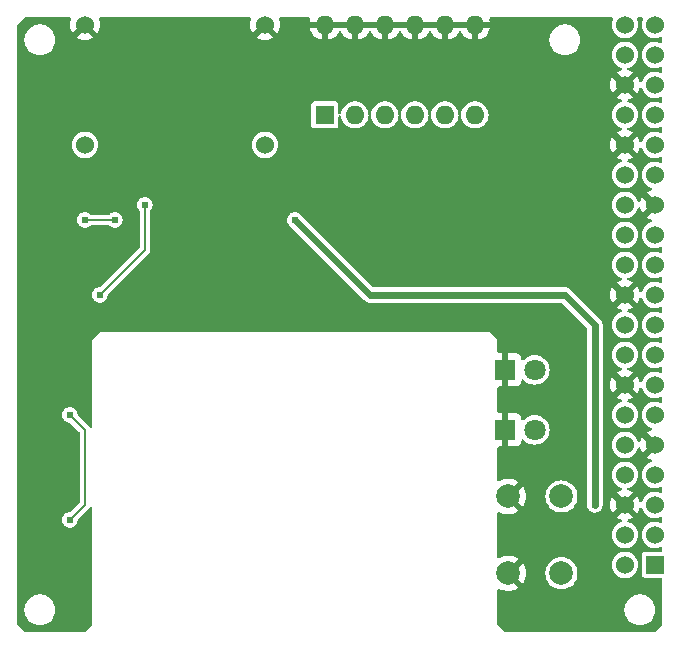
<source format=gbr>
%TF.GenerationSoftware,KiCad,Pcbnew,7.0.10*%
%TF.CreationDate,2024-05-08T17:26:41+09:00*%
%TF.ProjectId,yashica8,79617368-6963-4613-982e-6b696361645f,rev?*%
%TF.SameCoordinates,Original*%
%TF.FileFunction,Copper,L2,Bot*%
%TF.FilePolarity,Positive*%
%FSLAX46Y46*%
G04 Gerber Fmt 4.6, Leading zero omitted, Abs format (unit mm)*
G04 Created by KiCad (PCBNEW 7.0.10) date 2024-05-08 17:26:41*
%MOMM*%
%LPD*%
G01*
G04 APERTURE LIST*
%TA.AperFunction,ComponentPad*%
%ADD10R,1.800000X1.800000*%
%TD*%
%TA.AperFunction,ComponentPad*%
%ADD11C,1.800000*%
%TD*%
%TA.AperFunction,ComponentPad*%
%ADD12C,2.000000*%
%TD*%
%TA.AperFunction,ComponentPad*%
%ADD13R,1.524000X1.524000*%
%TD*%
%TA.AperFunction,ComponentPad*%
%ADD14C,1.524000*%
%TD*%
%TA.AperFunction,ComponentPad*%
%ADD15R,1.600000X1.600000*%
%TD*%
%TA.AperFunction,ComponentPad*%
%ADD16O,1.600000X1.600000*%
%TD*%
%TA.AperFunction,ViaPad*%
%ADD17C,0.605000*%
%TD*%
%TA.AperFunction,Conductor*%
%ADD18C,0.600000*%
%TD*%
%TA.AperFunction,Conductor*%
%ADD19C,0.200000*%
%TD*%
G04 APERTURE END LIST*
D10*
%TO.P,D2,1,K*%
%TO.N,GND*%
X23510000Y24590000D03*
D11*
%TO.P,D2,2,A*%
%TO.N,Net-(D2-A)*%
X26050000Y24590000D03*
%TD*%
D12*
%TO.P,SW2,1,1*%
%TO.N,GND*%
X23800000Y7370000D03*
X23800000Y13870000D03*
%TO.P,SW2,2,2*%
%TO.N,Net-(J1-GPIO14{slash}TXD)*%
X28300000Y7370000D03*
X28300000Y13870000D03*
%TD*%
D13*
%TO.P,J1,1,3V3*%
%TO.N,unconnected-(J1-3V3-Pad1)*%
X36210000Y8080000D03*
D14*
%TO.P,J1,2,5V*%
%TO.N,+5V*%
X33670000Y8080000D03*
%TO.P,J1,3,SDA/GPIO2*%
%TO.N,unconnected-(J1-SDA{slash}GPIO2-Pad3)*%
X36210000Y10620000D03*
%TO.P,J1,4,5V*%
%TO.N,+5V*%
X33670000Y10620000D03*
%TO.P,J1,5,SCL/GPIO3*%
%TO.N,unconnected-(J1-SCL{slash}GPIO3-Pad5)*%
X36210000Y13160000D03*
%TO.P,J1,6,GND*%
%TO.N,GND*%
X33670000Y13160000D03*
%TO.P,J1,7,GCLK0/GPIO4*%
%TO.N,unconnected-(J1-GCLK0{slash}GPIO4-Pad7)*%
X36210000Y15700000D03*
%TO.P,J1,8,GPIO14/TXD*%
%TO.N,Net-(J1-GPIO14{slash}TXD)*%
X33670000Y15700000D03*
%TO.P,J1,9,GND*%
%TO.N,GND*%
X36210000Y18240000D03*
%TO.P,J1,10,GPIO15/RXD*%
%TO.N,Net-(J1-GPIO15{slash}RXD)*%
X33670000Y18240000D03*
%TO.P,J1,11,GPIO17*%
%TO.N,unconnected-(J1-GPIO17-Pad11)*%
X36210000Y20780000D03*
%TO.P,J1,12,GPIO18/PWM0*%
%TO.N,Net-(J1-GPIO18{slash}PWM0)*%
X33670000Y20780000D03*
%TO.P,J1,13,GPIO27*%
%TO.N,unconnected-(J1-GPIO27-Pad13)*%
X36210000Y23320000D03*
%TO.P,J1,14,GND*%
%TO.N,GND*%
X33670000Y23320000D03*
%TO.P,J1,15,GPIO22*%
%TO.N,unconnected-(J1-GPIO22-Pad15)*%
X36210000Y25860000D03*
%TO.P,J1,16,GPIO23*%
%TO.N,unconnected-(J1-GPIO23-Pad16)*%
X33670000Y25860000D03*
%TO.P,J1,17,3V3*%
%TO.N,unconnected-(J1-3V3-Pad17)*%
X36210000Y28400000D03*
%TO.P,J1,18,GPIO24*%
%TO.N,unconnected-(J1-GPIO24-Pad18)*%
X33670000Y28400000D03*
%TO.P,J1,19,MOSI0/GPIO10*%
%TO.N,unconnected-(J1-MOSI0{slash}GPIO10-Pad19)*%
X36210000Y30940000D03*
%TO.P,J1,20,GND*%
%TO.N,GND*%
X33670000Y30940000D03*
%TO.P,J1,21,MISO0/GPIO9*%
%TO.N,unconnected-(J1-MISO0{slash}GPIO9-Pad21)*%
X36210000Y33480000D03*
%TO.P,J1,22,GPIO25*%
%TO.N,Net-(J1-GPIO25)*%
X33670000Y33480000D03*
%TO.P,J1,23,SCLK0/GPIO11*%
%TO.N,unconnected-(J1-SCLK0{slash}GPIO11-Pad23)*%
X36210000Y36020000D03*
%TO.P,J1,24,~{CE0}/GPIO8*%
%TO.N,Net-(J1-~{CE0}{slash}GPIO8)*%
X33670000Y36020000D03*
%TO.P,J1,25,GND*%
%TO.N,GND*%
X36210000Y38560000D03*
%TO.P,J1,26,~{CE1}/GPIO7*%
%TO.N,Net-(J1-~{CE1}{slash}GPIO7)*%
X33670000Y38560000D03*
%TO.P,J1,27,ID_SD/GPIO0*%
%TO.N,unconnected-(J1-ID_SD{slash}GPIO0-Pad27)*%
X36210000Y41100000D03*
%TO.P,J1,28,ID_SC/GPIO1*%
%TO.N,Net-(J1-ID_SC{slash}GPIO1)*%
X33670000Y41100000D03*
%TO.P,J1,29,GCLK1/GPIO5*%
%TO.N,unconnected-(J1-GCLK1{slash}GPIO5-Pad29)*%
X36210000Y43640000D03*
%TO.P,J1,30,GND*%
%TO.N,GND*%
X33670000Y43640000D03*
%TO.P,J1,31,GCLK2/GPIO6*%
%TO.N,unconnected-(J1-GCLK2{slash}GPIO6-Pad31)*%
X36210000Y46180000D03*
%TO.P,J1,32,PWM0/GPIO12*%
%TO.N,Net-(J1-PWM0{slash}GPIO12)*%
X33670000Y46180000D03*
%TO.P,J1,33,PWM1/GPIO13*%
%TO.N,unconnected-(J1-PWM1{slash}GPIO13-Pad33)*%
X36210000Y48720000D03*
%TO.P,J1,34,GND*%
%TO.N,GND*%
X33670000Y48720000D03*
%TO.P,J1,35,GPIO19/MISO1*%
%TO.N,unconnected-(J1-GPIO19{slash}MISO1-Pad35)*%
X36210000Y51260000D03*
%TO.P,J1,36,GPIO16*%
%TO.N,Net-(J1-GPIO16)*%
X33670000Y51260000D03*
%TO.P,J1,37,GPIO26*%
%TO.N,unconnected-(J1-GPIO26-Pad37)*%
X36210000Y53800000D03*
%TO.P,J1,38,GPIO20/MOSI1*%
%TO.N,Net-(J1-GPIO20{slash}MOSI1)*%
X33670000Y53800000D03*
%TD*%
%TO.P,U2,1,IN+*%
%TO.N,+9V*%
X-12050000Y43640000D03*
%TO.P,U2,2,IN-*%
%TO.N,GND*%
X-12050000Y53800000D03*
%TO.P,U2,3,OUT+*%
%TO.N,+5V*%
X3190000Y43640000D03*
%TO.P,U2,4,OUT-*%
%TO.N,GND*%
X3190000Y53800000D03*
%TD*%
D10*
%TO.P,D1,1,K*%
%TO.N,GND*%
X23510000Y19510000D03*
D11*
%TO.P,D1,2,A*%
%TO.N,Net-(D1-A)*%
X26050000Y19510000D03*
%TD*%
D15*
%TO.P,SW1,1*%
%TO.N,Net-(J1-~{CE0}{slash}GPIO8)*%
X8270000Y46180000D03*
D16*
%TO.P,SW1,2*%
%TO.N,Net-(J1-~{CE1}{slash}GPIO7)*%
X10810000Y46180000D03*
%TO.P,SW1,3*%
%TO.N,Net-(J1-ID_SC{slash}GPIO1)*%
X13350000Y46180000D03*
%TO.P,SW1,4*%
%TO.N,Net-(J1-PWM0{slash}GPIO12)*%
X15890000Y46180000D03*
%TO.P,SW1,5*%
%TO.N,Net-(J1-GPIO16)*%
X18430000Y46180000D03*
%TO.P,SW1,6*%
%TO.N,Net-(J1-GPIO20{slash}MOSI1)*%
X20970000Y46180000D03*
%TO.P,SW1,7*%
%TO.N,GND*%
X20970000Y53800000D03*
%TO.P,SW1,8*%
X18430000Y53800000D03*
%TO.P,SW1,9*%
X15890000Y53800000D03*
%TO.P,SW1,10*%
X13350000Y53800000D03*
%TO.P,SW1,11*%
X10810000Y53800000D03*
%TO.P,SW1,12*%
X8270000Y53800000D03*
%TD*%
D17*
%TO.N,GND*%
X4460000Y30940000D03*
X19700000Y37290000D03*
X15890000Y32210000D03*
X-3160000Y41100000D03*
X-3160000Y46180000D03*
X29860000Y44910000D03*
X-15860000Y43640000D03*
X31130000Y32210000D03*
X-3160000Y33480000D03*
X24780000Y53800000D03*
X7000000Y28400000D03*
X-13320000Y23320000D03*
X19700000Y39830000D03*
X-13320000Y18240000D03*
X23510000Y32210000D03*
X-620000Y43640000D03*
X-5700000Y53800000D03*
X14620000Y48720000D03*
X-13320000Y46180000D03*
X-13320000Y15700000D03*
X1920000Y51260000D03*
X19700000Y42370000D03*
X-14590000Y14430000D03*
X4460000Y36020000D03*
X23510000Y37290000D03*
X31130000Y34750000D03*
X4460000Y41100000D03*
X9540000Y36020000D03*
X7000000Y38560000D03*
X27320000Y42370000D03*
X9540000Y48720000D03*
X9540000Y30940000D03*
X19700000Y32210000D03*
X-13320000Y41100000D03*
X-8240000Y51260000D03*
X4460000Y48720000D03*
X-14590000Y11890000D03*
X27320000Y37290000D03*
X-5700000Y43640000D03*
X-8240000Y46180000D03*
X-620000Y30940000D03*
X23510000Y42370000D03*
X-15860000Y48720000D03*
X27320000Y51260000D03*
X12080000Y28400000D03*
X14620000Y36020000D03*
X1920000Y46180000D03*
X-3160000Y28400000D03*
X22240000Y28400000D03*
X-15860000Y38560000D03*
X-5700000Y48720000D03*
X22240000Y51260000D03*
X9540000Y41100000D03*
X31130000Y37290000D03*
X17160000Y51260000D03*
X19700000Y34750000D03*
X-10780000Y48720000D03*
X23510000Y39830000D03*
X7000000Y51260000D03*
X-620000Y48720000D03*
X-14590000Y9350000D03*
X-13320000Y51260000D03*
X27320000Y32210000D03*
X17160000Y28400000D03*
X23510000Y34750000D03*
X7000000Y43640000D03*
X-3160000Y51260000D03*
X27320000Y28400000D03*
X32400000Y47450000D03*
X31130000Y39830000D03*
X-13320000Y28400000D03*
X12080000Y51260000D03*
X31130000Y42370000D03*
X27320000Y39830000D03*
X24780000Y48720000D03*
X-13320000Y13160000D03*
X1920000Y28400000D03*
X-8240000Y41100000D03*
X27320000Y34750000D03*
X12080000Y38560000D03*
X-5700000Y30940000D03*
X19700000Y48720000D03*
X-620000Y53800000D03*
%TO.N,+5V*%
X31130000Y13160000D03*
X5730000Y37290000D03*
%TO.N,Net-(U1-+)*%
X-12050000Y37290000D03*
X-9510000Y37290000D03*
%TO.N,Net-(U1--)*%
X-10780000Y30940000D03*
X-6970000Y38560000D03*
%TO.N,Net-(U3-A)*%
X-13320000Y20780000D03*
X-13320000Y11890000D03*
%TD*%
D18*
%TO.N,+5V*%
X31130000Y28400000D02*
X28590000Y30940000D01*
X28590000Y30940000D02*
X27320000Y30940000D01*
X12080000Y30940000D02*
X5730000Y37290000D01*
X17160000Y30940000D02*
X12080000Y30940000D01*
X31130000Y28400000D02*
X31130000Y13160000D01*
X22240000Y30940000D02*
X17160000Y30940000D01*
X27320000Y30940000D02*
X22240000Y30940000D01*
D19*
%TO.N,Net-(U1-+)*%
X-12050000Y37290000D02*
X-9510000Y37290000D01*
%TO.N,Net-(U1--)*%
X-10780000Y30940000D02*
X-6970000Y34750000D01*
X-6970000Y37290000D02*
X-6970000Y38560000D01*
X-6970000Y34750000D02*
X-6970000Y37290000D01*
%TO.N,Net-(U3-A)*%
X-13320000Y20780000D02*
X-12050000Y19510000D01*
X-12050000Y19510000D02*
X-12050000Y13160000D01*
X-12050000Y13160000D02*
X-13320000Y11890000D01*
%TD*%
%TA.AperFunction,Conductor*%
%TO.N,GND*%
G36*
X-13273959Y54415315D02*
G01*
X-13228204Y54362511D01*
X-13218260Y54293353D01*
X-13228616Y54258594D01*
X-13240423Y54233275D01*
X-13240425Y54233271D01*
X-13297574Y54019987D01*
X-13297576Y54019977D01*
X-13316821Y53800001D01*
X-13316821Y53800000D01*
X-13297576Y53580024D01*
X-13297574Y53580014D01*
X-13240425Y53366730D01*
X-13240420Y53366716D01*
X-13147102Y53166595D01*
X-13147099Y53166589D01*
X-13101742Y53101813D01*
X-13101742Y53101812D01*
X-12434904Y53768650D01*
X-12434949Y53768102D01*
X-12403734Y53644838D01*
X-12334187Y53538388D01*
X-12233843Y53460287D01*
X-12113578Y53419000D01*
X-12077447Y53419000D01*
X-12748190Y52748260D01*
X-12683410Y52702901D01*
X-12683408Y52702900D01*
X-12483285Y52609581D01*
X-12483271Y52609576D01*
X-12269987Y52552427D01*
X-12269977Y52552425D01*
X-12050001Y52533179D01*
X-12049999Y52533179D01*
X-11830024Y52552425D01*
X-11830014Y52552427D01*
X-11616730Y52609576D01*
X-11616716Y52609581D01*
X-11416593Y52702900D01*
X-11416583Y52702906D01*
X-11351812Y52748259D01*
X-12022552Y53419000D01*
X-12018431Y53419000D01*
X-11924579Y53434661D01*
X-11812749Y53495180D01*
X-11726629Y53588731D01*
X-11675552Y53705177D01*
X-11669895Y53773448D01*
X-10998259Y53101812D01*
X-10952906Y53166583D01*
X-10952900Y53166593D01*
X-10859581Y53366716D01*
X-10859576Y53366730D01*
X-10802427Y53580014D01*
X-10802425Y53580024D01*
X-10783179Y53800000D01*
X-10783179Y53800001D01*
X-10802425Y54019977D01*
X-10802427Y54019987D01*
X-10859576Y54233271D01*
X-10859578Y54233275D01*
X-10871384Y54258594D01*
X-10881876Y54327672D01*
X-10853357Y54391456D01*
X-10794881Y54429696D01*
X-10759002Y54435000D01*
X1899002Y54435000D01*
X1966041Y54415315D01*
X2011796Y54362511D01*
X2021740Y54293353D01*
X2011384Y54258594D01*
X1999577Y54233275D01*
X1999575Y54233271D01*
X1942426Y54019987D01*
X1942424Y54019977D01*
X1923179Y53800001D01*
X1923179Y53800000D01*
X1942424Y53580024D01*
X1942426Y53580014D01*
X1999575Y53366730D01*
X1999580Y53366716D01*
X2092898Y53166595D01*
X2092901Y53166589D01*
X2138258Y53101813D01*
X2138258Y53101812D01*
X2805096Y53768650D01*
X2805051Y53768102D01*
X2836266Y53644838D01*
X2905813Y53538388D01*
X3006157Y53460287D01*
X3126422Y53419000D01*
X3162553Y53419000D01*
X2491810Y52748260D01*
X2556590Y52702901D01*
X2556592Y52702900D01*
X2756715Y52609581D01*
X2756729Y52609576D01*
X2970013Y52552427D01*
X2970023Y52552425D01*
X3189999Y52533179D01*
X3190001Y52533179D01*
X3409976Y52552425D01*
X3409986Y52552427D01*
X3623270Y52609576D01*
X3623284Y52609581D01*
X3823407Y52702900D01*
X3823417Y52702906D01*
X3888188Y52748259D01*
X3217448Y53419000D01*
X3221569Y53419000D01*
X3315421Y53434661D01*
X3427251Y53495180D01*
X3513371Y53588731D01*
X3564448Y53705177D01*
X3570105Y53773448D01*
X4241741Y53101812D01*
X4287094Y53166583D01*
X4287100Y53166593D01*
X4380419Y53366716D01*
X4380424Y53366730D01*
X4437573Y53580014D01*
X4437575Y53580024D01*
X4456821Y53800000D01*
X4456821Y53800001D01*
X4437575Y54019977D01*
X4437573Y54019987D01*
X4380424Y54233271D01*
X4380422Y54233275D01*
X4368616Y54258594D01*
X4358124Y54327672D01*
X4386643Y54391456D01*
X4445119Y54429696D01*
X4480998Y54435000D01*
X6937073Y54435000D01*
X7004112Y54415315D01*
X7049867Y54362511D01*
X7059811Y54293353D01*
X7049455Y54258594D01*
X7043732Y54246322D01*
X7043730Y54246318D01*
X6991127Y54050001D01*
X6991128Y54050000D01*
X7954314Y54050000D01*
X7942359Y54038045D01*
X7884835Y53925148D01*
X7865014Y53800000D01*
X7884835Y53674852D01*
X7942359Y53561955D01*
X7954314Y53550000D01*
X6991128Y53550000D01*
X7043730Y53353683D01*
X7043734Y53353674D01*
X7139865Y53147518D01*
X7270342Y52961180D01*
X7431179Y52800343D01*
X7617517Y52669866D01*
X7823673Y52573735D01*
X7823682Y52573731D01*
X8019999Y52521128D01*
X8020000Y52521129D01*
X8020000Y53484314D01*
X8031955Y53472359D01*
X8144852Y53414835D01*
X8238519Y53400000D01*
X8301481Y53400000D01*
X8395148Y53414835D01*
X8508045Y53472359D01*
X8520000Y53484314D01*
X8520000Y52521128D01*
X8716317Y52573731D01*
X8716326Y52573735D01*
X8922482Y52669866D01*
X9108820Y52800343D01*
X9269657Y52961180D01*
X9400134Y53147519D01*
X9400135Y53147521D01*
X9427618Y53206457D01*
X9473790Y53258897D01*
X9540983Y53278049D01*
X9607864Y53257834D01*
X9652382Y53206457D01*
X9679864Y53147521D01*
X9679865Y53147519D01*
X9810342Y52961180D01*
X9971179Y52800343D01*
X10157517Y52669866D01*
X10363673Y52573735D01*
X10363682Y52573731D01*
X10559999Y52521128D01*
X10560000Y52521129D01*
X10560000Y53484314D01*
X10571955Y53472359D01*
X10684852Y53414835D01*
X10778519Y53400000D01*
X10841481Y53400000D01*
X10935148Y53414835D01*
X11048045Y53472359D01*
X11060000Y53484314D01*
X11060000Y52521128D01*
X11256317Y52573731D01*
X11256326Y52573735D01*
X11462482Y52669866D01*
X11648820Y52800343D01*
X11809657Y52961180D01*
X11940134Y53147519D01*
X11940135Y53147521D01*
X11967618Y53206457D01*
X12013790Y53258897D01*
X12080983Y53278049D01*
X12147864Y53257834D01*
X12192382Y53206457D01*
X12219864Y53147521D01*
X12219865Y53147519D01*
X12350342Y52961180D01*
X12511179Y52800343D01*
X12697517Y52669866D01*
X12903673Y52573735D01*
X12903682Y52573731D01*
X13099999Y52521128D01*
X13100000Y52521129D01*
X13100000Y53484314D01*
X13111955Y53472359D01*
X13224852Y53414835D01*
X13318519Y53400000D01*
X13381481Y53400000D01*
X13475148Y53414835D01*
X13588045Y53472359D01*
X13600000Y53484314D01*
X13600000Y52521128D01*
X13796317Y52573731D01*
X13796326Y52573735D01*
X14002482Y52669866D01*
X14188820Y52800343D01*
X14349657Y52961180D01*
X14480134Y53147519D01*
X14480135Y53147521D01*
X14507618Y53206457D01*
X14553790Y53258897D01*
X14620983Y53278049D01*
X14687864Y53257834D01*
X14732382Y53206457D01*
X14759864Y53147521D01*
X14759865Y53147519D01*
X14890342Y52961180D01*
X15051179Y52800343D01*
X15237517Y52669866D01*
X15443673Y52573735D01*
X15443682Y52573731D01*
X15639999Y52521128D01*
X15640000Y52521129D01*
X15640000Y53484314D01*
X15651955Y53472359D01*
X15764852Y53414835D01*
X15858519Y53400000D01*
X15921481Y53400000D01*
X16015148Y53414835D01*
X16128045Y53472359D01*
X16140000Y53484314D01*
X16140000Y52521128D01*
X16336317Y52573731D01*
X16336326Y52573735D01*
X16542482Y52669866D01*
X16728820Y52800343D01*
X16889657Y52961180D01*
X17020134Y53147519D01*
X17020135Y53147521D01*
X17047618Y53206457D01*
X17093790Y53258897D01*
X17160983Y53278049D01*
X17227864Y53257834D01*
X17272382Y53206457D01*
X17299864Y53147521D01*
X17299865Y53147519D01*
X17430342Y52961180D01*
X17591179Y52800343D01*
X17777517Y52669866D01*
X17983673Y52573735D01*
X17983682Y52573731D01*
X18179999Y52521128D01*
X18180000Y52521129D01*
X18180000Y53484314D01*
X18191955Y53472359D01*
X18304852Y53414835D01*
X18398519Y53400000D01*
X18461481Y53400000D01*
X18555148Y53414835D01*
X18668045Y53472359D01*
X18680000Y53484314D01*
X18680000Y52521128D01*
X18876317Y52573731D01*
X18876326Y52573735D01*
X19082482Y52669866D01*
X19268820Y52800343D01*
X19429657Y52961180D01*
X19560134Y53147519D01*
X19560135Y53147521D01*
X19587618Y53206457D01*
X19633790Y53258897D01*
X19700983Y53278049D01*
X19767864Y53257834D01*
X19812382Y53206457D01*
X19839864Y53147521D01*
X19839865Y53147519D01*
X19970342Y52961180D01*
X20131179Y52800343D01*
X20317517Y52669866D01*
X20523673Y52573735D01*
X20523682Y52573731D01*
X20719999Y52521128D01*
X20720000Y52521129D01*
X20720000Y53484314D01*
X20731955Y53472359D01*
X20844852Y53414835D01*
X20938519Y53400000D01*
X21001481Y53400000D01*
X21095148Y53414835D01*
X21208045Y53472359D01*
X21220000Y53484314D01*
X21220000Y52521128D01*
X21253107Y52529999D01*
X27284532Y52529999D01*
X27304364Y52303314D01*
X27304366Y52303303D01*
X27363258Y52083512D01*
X27363261Y52083503D01*
X27459431Y51877268D01*
X27459432Y51877266D01*
X27589954Y51690859D01*
X27750858Y51529955D01*
X27750861Y51529953D01*
X27937266Y51399432D01*
X28143504Y51303261D01*
X28363308Y51244365D01*
X28533214Y51229501D01*
X28533215Y51229500D01*
X28533216Y51229500D01*
X28646785Y51229500D01*
X28646785Y51229501D01*
X28816692Y51244365D01*
X29036496Y51303261D01*
X29242734Y51399432D01*
X29429139Y51529953D01*
X29590047Y51690861D01*
X29720568Y51877266D01*
X29816739Y52083504D01*
X29875635Y52303308D01*
X29895468Y52530000D01*
X29875635Y52756692D01*
X29816739Y52976496D01*
X29720568Y53182734D01*
X29590047Y53369139D01*
X29590045Y53369142D01*
X29429141Y53530046D01*
X29242734Y53660568D01*
X29242732Y53660569D01*
X29036497Y53756739D01*
X29036488Y53756742D01*
X28816697Y53815634D01*
X28816687Y53815636D01*
X28646785Y53830500D01*
X28646784Y53830500D01*
X28533216Y53830500D01*
X28533215Y53830500D01*
X28363312Y53815636D01*
X28363302Y53815634D01*
X28143511Y53756742D01*
X28143502Y53756739D01*
X27937267Y53660569D01*
X27937265Y53660568D01*
X27750858Y53530046D01*
X27589954Y53369142D01*
X27459432Y53182735D01*
X27459431Y53182733D01*
X27363261Y52976498D01*
X27363258Y52976489D01*
X27304366Y52756698D01*
X27304364Y52756687D01*
X27284532Y52530002D01*
X27284532Y52529999D01*
X21253107Y52529999D01*
X21416317Y52573731D01*
X21416326Y52573735D01*
X21622482Y52669866D01*
X21808820Y52800343D01*
X21969657Y52961180D01*
X22100134Y53147518D01*
X22196265Y53353674D01*
X22196269Y53353683D01*
X22248872Y53550000D01*
X21285686Y53550000D01*
X21297641Y53561955D01*
X21355165Y53674852D01*
X21374986Y53800000D01*
X21355165Y53925148D01*
X21297641Y54038045D01*
X21285686Y54050000D01*
X22248872Y54050000D01*
X22248872Y54050001D01*
X22196269Y54246318D01*
X22196267Y54246322D01*
X22190545Y54258594D01*
X22180053Y54327671D01*
X22208572Y54391456D01*
X22267048Y54429696D01*
X22302927Y54435000D01*
X32543135Y54435000D01*
X32610174Y54415315D01*
X32655929Y54362511D01*
X32665873Y54293353D01*
X32654135Y54255728D01*
X32628180Y54203605D01*
X32571757Y54005295D01*
X32552734Y53800000D01*
X32571757Y53594706D01*
X32628180Y53396395D01*
X32720081Y53211835D01*
X32844331Y53047301D01*
X32996696Y52908403D01*
X32996698Y52908401D01*
X33096961Y52846321D01*
X33171992Y52799864D01*
X33364246Y52725385D01*
X33566912Y52687500D01*
X33566914Y52687500D01*
X33773086Y52687500D01*
X33773088Y52687500D01*
X33975754Y52725385D01*
X34168008Y52799864D01*
X34343303Y52908402D01*
X34495670Y53047303D01*
X34619919Y53211835D01*
X34711820Y53396397D01*
X34768242Y53594703D01*
X34787266Y53800000D01*
X34768242Y54005297D01*
X34711820Y54203603D01*
X34697045Y54233275D01*
X34685865Y54255728D01*
X34673604Y54324513D01*
X34700477Y54389008D01*
X34757952Y54428736D01*
X34796865Y54435000D01*
X35083135Y54435000D01*
X35150174Y54415315D01*
X35195929Y54362511D01*
X35205873Y54293353D01*
X35194135Y54255728D01*
X35168180Y54203605D01*
X35111757Y54005295D01*
X35092734Y53800000D01*
X35111757Y53594706D01*
X35168180Y53396395D01*
X35260081Y53211835D01*
X35384331Y53047301D01*
X35536696Y52908403D01*
X35536698Y52908401D01*
X35636961Y52846321D01*
X35711992Y52799864D01*
X35904246Y52725385D01*
X36106912Y52687500D01*
X36106914Y52687500D01*
X36313086Y52687500D01*
X36313088Y52687500D01*
X36515754Y52725385D01*
X36676206Y52787545D01*
X36745829Y52793407D01*
X36807569Y52760697D01*
X36841824Y52699801D01*
X36845000Y52671918D01*
X36845000Y52388083D01*
X36825315Y52321044D01*
X36772511Y52275289D01*
X36703353Y52265345D01*
X36676206Y52272456D01*
X36596567Y52303308D01*
X36515754Y52334615D01*
X36313088Y52372500D01*
X36106912Y52372500D01*
X35904246Y52334615D01*
X35904243Y52334615D01*
X35904243Y52334614D01*
X35711993Y52260137D01*
X35711986Y52260133D01*
X35536698Y52151600D01*
X35536696Y52151598D01*
X35384331Y52012700D01*
X35260081Y51848166D01*
X35168180Y51663606D01*
X35111757Y51465295D01*
X35092734Y51260000D01*
X35111757Y51054706D01*
X35168180Y50856395D01*
X35260081Y50671835D01*
X35384331Y50507301D01*
X35536696Y50368403D01*
X35536698Y50368401D01*
X35636961Y50306321D01*
X35711992Y50259864D01*
X35904246Y50185385D01*
X36106912Y50147500D01*
X36106914Y50147500D01*
X36313086Y50147500D01*
X36313088Y50147500D01*
X36515754Y50185385D01*
X36676206Y50247545D01*
X36745829Y50253407D01*
X36807569Y50220697D01*
X36841824Y50159801D01*
X36845000Y50131918D01*
X36845000Y49848083D01*
X36825315Y49781044D01*
X36772511Y49735289D01*
X36703353Y49725345D01*
X36676206Y49732456D01*
X36550785Y49781044D01*
X36515754Y49794615D01*
X36313088Y49832500D01*
X36106912Y49832500D01*
X35904246Y49794615D01*
X35904243Y49794615D01*
X35904243Y49794614D01*
X35711993Y49720137D01*
X35711986Y49720133D01*
X35536698Y49611600D01*
X35536696Y49611598D01*
X35384331Y49472700D01*
X35260081Y49308166D01*
X35168180Y49123605D01*
X35168177Y49123599D01*
X35136631Y49012723D01*
X35099352Y48953629D01*
X35036042Y48924072D01*
X34966803Y48933434D01*
X34913616Y48978744D01*
X34897590Y49014564D01*
X34860424Y49153271D01*
X34860420Y49153280D01*
X34767096Y49353414D01*
X34721741Y49418189D01*
X34721740Y49418190D01*
X34054903Y48751352D01*
X34054949Y48751898D01*
X34023734Y48875162D01*
X33954187Y48981612D01*
X33853843Y49059713D01*
X33733578Y49101000D01*
X33697448Y49101000D01*
X34368188Y49771741D01*
X34368187Y49771742D01*
X34303411Y49817099D01*
X34303405Y49817102D01*
X34103284Y49910420D01*
X34103273Y49910424D01*
X33973530Y49945188D01*
X33913870Y49981553D01*
X33883341Y50044400D01*
X33891636Y50113776D01*
X33936121Y50167654D01*
X33971703Y50184233D01*
X33975743Y50185384D01*
X33975754Y50185385D01*
X34168008Y50259864D01*
X34343303Y50368402D01*
X34495670Y50507303D01*
X34619919Y50671835D01*
X34711820Y50856397D01*
X34768242Y51054703D01*
X34787266Y51260000D01*
X34768242Y51465297D01*
X34711820Y51663603D01*
X34619919Y51848165D01*
X34495670Y52012697D01*
X34495668Y52012700D01*
X34343303Y52151598D01*
X34343301Y52151600D01*
X34168013Y52260133D01*
X34168006Y52260137D01*
X34010785Y52321044D01*
X33975754Y52334615D01*
X33773088Y52372500D01*
X33566912Y52372500D01*
X33364246Y52334615D01*
X33364243Y52334615D01*
X33364243Y52334614D01*
X33171993Y52260137D01*
X33171986Y52260133D01*
X32996698Y52151600D01*
X32996696Y52151598D01*
X32844331Y52012700D01*
X32720081Y51848166D01*
X32628180Y51663606D01*
X32571757Y51465295D01*
X32552734Y51260000D01*
X32571757Y51054706D01*
X32628180Y50856395D01*
X32720081Y50671835D01*
X32844331Y50507301D01*
X32996696Y50368403D01*
X32996698Y50368401D01*
X33096961Y50306321D01*
X33171992Y50259864D01*
X33364246Y50185385D01*
X33364251Y50185384D01*
X33368299Y50184232D01*
X33427395Y50146958D01*
X33456959Y50083651D01*
X33447602Y50014411D01*
X33402297Y49961220D01*
X33366469Y49945188D01*
X33236727Y49910424D01*
X33236720Y49910421D01*
X33036590Y49817099D01*
X32971811Y49771742D01*
X33642553Y49101000D01*
X33638431Y49101000D01*
X33544579Y49085339D01*
X33432749Y49024820D01*
X33346629Y48931269D01*
X33295552Y48814823D01*
X33289894Y48746553D01*
X32618258Y49418189D01*
X32572901Y49353410D01*
X32479579Y49153280D01*
X32479575Y49153271D01*
X32422426Y48939987D01*
X32422424Y48939977D01*
X32403179Y48720001D01*
X32403179Y48720000D01*
X32422424Y48500024D01*
X32422426Y48500014D01*
X32479575Y48286730D01*
X32479580Y48286716D01*
X32572898Y48086595D01*
X32572901Y48086589D01*
X32618258Y48021813D01*
X32618259Y48021812D01*
X33285096Y48688650D01*
X33285051Y48688102D01*
X33316266Y48564838D01*
X33385813Y48458388D01*
X33486157Y48380287D01*
X33606422Y48339000D01*
X33642553Y48339000D01*
X32971810Y47668260D01*
X33036590Y47622901D01*
X33036592Y47622900D01*
X33236715Y47529581D01*
X33236729Y47529576D01*
X33366468Y47494813D01*
X33426129Y47458448D01*
X33456658Y47395602D01*
X33448364Y47326226D01*
X33403878Y47272348D01*
X33368310Y47255772D01*
X33364252Y47254618D01*
X33171993Y47180137D01*
X33171986Y47180133D01*
X32996698Y47071600D01*
X32996696Y47071598D01*
X32844331Y46932700D01*
X32720081Y46768166D01*
X32628180Y46583606D01*
X32571757Y46385295D01*
X32552734Y46180000D01*
X32571757Y45974706D01*
X32628180Y45776395D01*
X32720081Y45591835D01*
X32844331Y45427301D01*
X32996696Y45288403D01*
X32996698Y45288401D01*
X33012513Y45278609D01*
X33171992Y45179864D01*
X33364246Y45105385D01*
X33364251Y45105384D01*
X33368299Y45104232D01*
X33427395Y45066958D01*
X33456959Y45003651D01*
X33447602Y44934411D01*
X33402297Y44881220D01*
X33366469Y44865188D01*
X33236727Y44830424D01*
X33236720Y44830421D01*
X33036590Y44737099D01*
X32971811Y44691742D01*
X33642553Y44021000D01*
X33638431Y44021000D01*
X33544579Y44005339D01*
X33432749Y43944820D01*
X33346629Y43851269D01*
X33295552Y43734823D01*
X33289894Y43666553D01*
X32618258Y44338189D01*
X32572901Y44273410D01*
X32479579Y44073280D01*
X32479575Y44073271D01*
X32422426Y43859987D01*
X32422424Y43859977D01*
X32403179Y43640001D01*
X32403179Y43640000D01*
X32422424Y43420024D01*
X32422426Y43420014D01*
X32479575Y43206730D01*
X32479580Y43206716D01*
X32572898Y43006595D01*
X32572901Y43006589D01*
X32618258Y42941813D01*
X32618259Y42941812D01*
X33285096Y43608650D01*
X33285051Y43608102D01*
X33316266Y43484838D01*
X33385813Y43378388D01*
X33486157Y43300287D01*
X33606422Y43259000D01*
X33642553Y43259000D01*
X32971810Y42588260D01*
X33036590Y42542901D01*
X33036592Y42542900D01*
X33236715Y42449581D01*
X33236729Y42449576D01*
X33366468Y42414813D01*
X33426129Y42378448D01*
X33456658Y42315602D01*
X33448364Y42246226D01*
X33403878Y42192348D01*
X33368310Y42175772D01*
X33364252Y42174618D01*
X33171993Y42100137D01*
X33171986Y42100133D01*
X32996698Y41991600D01*
X32996696Y41991598D01*
X32844331Y41852700D01*
X32720081Y41688166D01*
X32628180Y41503606D01*
X32571757Y41305295D01*
X32552734Y41100000D01*
X32571757Y40894706D01*
X32628180Y40696395D01*
X32720081Y40511835D01*
X32844331Y40347301D01*
X32996696Y40208403D01*
X32996698Y40208401D01*
X33096961Y40146321D01*
X33171992Y40099864D01*
X33364246Y40025385D01*
X33566912Y39987500D01*
X33566914Y39987500D01*
X33773086Y39987500D01*
X33773088Y39987500D01*
X33975754Y40025385D01*
X34168008Y40099864D01*
X34343303Y40208402D01*
X34495670Y40347303D01*
X34619919Y40511835D01*
X34711820Y40696397D01*
X34768242Y40894703D01*
X34787266Y41100000D01*
X34768242Y41305297D01*
X34711820Y41503603D01*
X34619919Y41688165D01*
X34495670Y41852697D01*
X34495668Y41852700D01*
X34343303Y41991598D01*
X34343301Y41991600D01*
X34168013Y42100133D01*
X34168006Y42100137D01*
X33975750Y42174617D01*
X33971692Y42175771D01*
X33912598Y42213049D01*
X33883039Y42276359D01*
X33892400Y42345598D01*
X33937709Y42398785D01*
X33973531Y42414813D01*
X34103270Y42449576D01*
X34103284Y42449581D01*
X34303407Y42542900D01*
X34303417Y42542906D01*
X34368188Y42588259D01*
X33697448Y43259000D01*
X33701569Y43259000D01*
X33795421Y43274661D01*
X33907251Y43335180D01*
X33993371Y43428731D01*
X34044448Y43545177D01*
X34050105Y43613448D01*
X34721741Y42941812D01*
X34767094Y43006583D01*
X34767100Y43006593D01*
X34860419Y43206716D01*
X34860424Y43206730D01*
X34897590Y43345437D01*
X34933955Y43405097D01*
X34996801Y43435627D01*
X35066177Y43427333D01*
X35120055Y43382848D01*
X35136631Y43347278D01*
X35168177Y43236402D01*
X35168180Y43236396D01*
X35260081Y43051835D01*
X35384331Y42887301D01*
X35536696Y42748403D01*
X35536698Y42748401D01*
X35636961Y42686321D01*
X35711992Y42639864D01*
X35904246Y42565385D01*
X36106912Y42527500D01*
X36106914Y42527500D01*
X36313086Y42527500D01*
X36313088Y42527500D01*
X36515754Y42565385D01*
X36676206Y42627545D01*
X36745829Y42633407D01*
X36807569Y42600697D01*
X36841824Y42539801D01*
X36845000Y42511918D01*
X36845000Y42228083D01*
X36825315Y42161044D01*
X36772511Y42115289D01*
X36703353Y42105345D01*
X36676206Y42112456D01*
X36550785Y42161044D01*
X36515754Y42174615D01*
X36313088Y42212500D01*
X36106912Y42212500D01*
X35904246Y42174615D01*
X35904243Y42174615D01*
X35904243Y42174614D01*
X35711993Y42100137D01*
X35711986Y42100133D01*
X35536698Y41991600D01*
X35536696Y41991598D01*
X35384331Y41852700D01*
X35260081Y41688166D01*
X35168180Y41503606D01*
X35111757Y41305295D01*
X35092734Y41100000D01*
X35111757Y40894706D01*
X35168180Y40696395D01*
X35260081Y40511835D01*
X35384331Y40347301D01*
X35536696Y40208403D01*
X35536698Y40208401D01*
X35636961Y40146321D01*
X35711992Y40099864D01*
X35904246Y40025385D01*
X35904251Y40025384D01*
X35908299Y40024232D01*
X35967395Y39986958D01*
X35996959Y39923651D01*
X35987602Y39854411D01*
X35942297Y39801220D01*
X35906469Y39785188D01*
X35776727Y39750424D01*
X35776720Y39750421D01*
X35576590Y39657099D01*
X35511811Y39611742D01*
X36182553Y38941000D01*
X36178431Y38941000D01*
X36084579Y38925339D01*
X35972749Y38864820D01*
X35886629Y38771269D01*
X35835552Y38654823D01*
X35829894Y38586553D01*
X35158258Y39258189D01*
X35112901Y39193410D01*
X35019579Y38993280D01*
X35019576Y38993273D01*
X34982409Y38854563D01*
X34946044Y38794903D01*
X34883197Y38764374D01*
X34813821Y38772669D01*
X34759943Y38817154D01*
X34743367Y38852724D01*
X34739925Y38864820D01*
X34711820Y38963603D01*
X34619919Y39148165D01*
X34495670Y39312697D01*
X34495668Y39312700D01*
X34343303Y39451598D01*
X34343301Y39451600D01*
X34168013Y39560133D01*
X34168006Y39560137D01*
X34034796Y39611742D01*
X33975754Y39634615D01*
X33773088Y39672500D01*
X33566912Y39672500D01*
X33364246Y39634615D01*
X33364243Y39634615D01*
X33364243Y39634614D01*
X33171993Y39560137D01*
X33171986Y39560133D01*
X32996698Y39451600D01*
X32996696Y39451598D01*
X32844331Y39312700D01*
X32720081Y39148166D01*
X32628180Y38963606D01*
X32571757Y38765295D01*
X32552734Y38560000D01*
X32571757Y38354706D01*
X32628180Y38156395D01*
X32720081Y37971835D01*
X32844331Y37807301D01*
X32996696Y37668403D01*
X32996698Y37668401D01*
X33096961Y37606321D01*
X33171992Y37559864D01*
X33364246Y37485385D01*
X33566912Y37447500D01*
X33566914Y37447500D01*
X33773086Y37447500D01*
X33773088Y37447500D01*
X33975754Y37485385D01*
X34168008Y37559864D01*
X34343303Y37668402D01*
X34495670Y37807303D01*
X34619919Y37971835D01*
X34711820Y38156397D01*
X34743368Y38267279D01*
X34780646Y38326371D01*
X34843955Y38355929D01*
X34913195Y38346568D01*
X34966382Y38301258D01*
X34982409Y38265438D01*
X35019576Y38126727D01*
X35019580Y38126716D01*
X35112898Y37926595D01*
X35112901Y37926589D01*
X35158258Y37861813D01*
X35158259Y37861812D01*
X35825096Y38528650D01*
X35825051Y38528102D01*
X35856266Y38404838D01*
X35925813Y38298388D01*
X36026157Y38220287D01*
X36146422Y38179000D01*
X36182551Y38179000D01*
X35511810Y37508260D01*
X35576590Y37462901D01*
X35576592Y37462900D01*
X35776715Y37369581D01*
X35776729Y37369576D01*
X35906468Y37334813D01*
X35966129Y37298448D01*
X35996658Y37235602D01*
X35988364Y37166226D01*
X35943878Y37112348D01*
X35908310Y37095772D01*
X35904252Y37094618D01*
X35711993Y37020137D01*
X35711986Y37020133D01*
X35536698Y36911600D01*
X35536696Y36911598D01*
X35384331Y36772700D01*
X35260081Y36608166D01*
X35168180Y36423606D01*
X35111757Y36225295D01*
X35092734Y36020000D01*
X35111757Y35814706D01*
X35168180Y35616395D01*
X35260081Y35431835D01*
X35384331Y35267301D01*
X35536696Y35128403D01*
X35536698Y35128401D01*
X35636961Y35066321D01*
X35711992Y35019864D01*
X35904246Y34945385D01*
X36106912Y34907500D01*
X36106914Y34907500D01*
X36313086Y34907500D01*
X36313088Y34907500D01*
X36515754Y34945385D01*
X36676206Y35007545D01*
X36745829Y35013407D01*
X36807569Y34980697D01*
X36841824Y34919801D01*
X36845000Y34891918D01*
X36845000Y34608083D01*
X36825315Y34541044D01*
X36772511Y34495289D01*
X36703353Y34485345D01*
X36676206Y34492456D01*
X36550785Y34541044D01*
X36515754Y34554615D01*
X36313088Y34592500D01*
X36106912Y34592500D01*
X35904246Y34554615D01*
X35904243Y34554615D01*
X35904243Y34554614D01*
X35711993Y34480137D01*
X35711986Y34480133D01*
X35536698Y34371600D01*
X35536696Y34371598D01*
X35384331Y34232700D01*
X35260081Y34068166D01*
X35168180Y33883606D01*
X35111757Y33685295D01*
X35092734Y33480000D01*
X35111757Y33274706D01*
X35168180Y33076395D01*
X35260081Y32891835D01*
X35384331Y32727301D01*
X35536696Y32588403D01*
X35536698Y32588401D01*
X35636961Y32526321D01*
X35711992Y32479864D01*
X35904246Y32405385D01*
X36106912Y32367500D01*
X36106914Y32367500D01*
X36313086Y32367500D01*
X36313088Y32367500D01*
X36515754Y32405385D01*
X36676206Y32467545D01*
X36745829Y32473407D01*
X36807569Y32440697D01*
X36841824Y32379801D01*
X36845000Y32351918D01*
X36845000Y32068083D01*
X36825315Y32001044D01*
X36772511Y31955289D01*
X36703353Y31945345D01*
X36676206Y31952456D01*
X36550785Y32001044D01*
X36515754Y32014615D01*
X36313088Y32052500D01*
X36106912Y32052500D01*
X35904246Y32014615D01*
X35904243Y32014615D01*
X35904243Y32014614D01*
X35711993Y31940137D01*
X35711986Y31940133D01*
X35536698Y31831600D01*
X35536696Y31831598D01*
X35384331Y31692700D01*
X35260081Y31528166D01*
X35168180Y31343605D01*
X35168177Y31343599D01*
X35136631Y31232723D01*
X35099352Y31173629D01*
X35036042Y31144072D01*
X34966803Y31153434D01*
X34913616Y31198744D01*
X34897590Y31234564D01*
X34860424Y31373271D01*
X34860420Y31373280D01*
X34767096Y31573414D01*
X34721741Y31638189D01*
X34721740Y31638190D01*
X34054903Y30971352D01*
X34054949Y30971898D01*
X34023734Y31095162D01*
X33954187Y31201612D01*
X33853843Y31279713D01*
X33733578Y31321000D01*
X33697448Y31321000D01*
X34368188Y31991741D01*
X34368187Y31991742D01*
X34303411Y32037099D01*
X34303405Y32037102D01*
X34103284Y32130420D01*
X34103273Y32130424D01*
X33973530Y32165188D01*
X33913870Y32201553D01*
X33883341Y32264400D01*
X33891636Y32333776D01*
X33936121Y32387654D01*
X33971703Y32404233D01*
X33975743Y32405384D01*
X33975754Y32405385D01*
X34168008Y32479864D01*
X34343303Y32588402D01*
X34495670Y32727303D01*
X34619919Y32891835D01*
X34711820Y33076397D01*
X34768242Y33274703D01*
X34787266Y33480000D01*
X34768242Y33685297D01*
X34711820Y33883603D01*
X34619919Y34068165D01*
X34495670Y34232697D01*
X34495668Y34232700D01*
X34343303Y34371598D01*
X34343301Y34371600D01*
X34168013Y34480133D01*
X34168006Y34480137D01*
X34010785Y34541044D01*
X33975754Y34554615D01*
X33773088Y34592500D01*
X33566912Y34592500D01*
X33364246Y34554615D01*
X33364243Y34554615D01*
X33364243Y34554614D01*
X33171993Y34480137D01*
X33171986Y34480133D01*
X32996698Y34371600D01*
X32996696Y34371598D01*
X32844331Y34232700D01*
X32720081Y34068166D01*
X32628180Y33883606D01*
X32571757Y33685295D01*
X32552734Y33480000D01*
X32571757Y33274706D01*
X32628180Y33076395D01*
X32720081Y32891835D01*
X32844331Y32727301D01*
X32996696Y32588403D01*
X32996698Y32588401D01*
X33096961Y32526321D01*
X33171992Y32479864D01*
X33364246Y32405385D01*
X33364251Y32405384D01*
X33368299Y32404232D01*
X33427395Y32366958D01*
X33456959Y32303651D01*
X33447602Y32234411D01*
X33402297Y32181220D01*
X33366469Y32165188D01*
X33236727Y32130424D01*
X33236720Y32130421D01*
X33036590Y32037099D01*
X32971811Y31991742D01*
X33642553Y31321000D01*
X33638431Y31321000D01*
X33544579Y31305339D01*
X33432749Y31244820D01*
X33346629Y31151269D01*
X33295552Y31034823D01*
X33289894Y30966553D01*
X32618258Y31638189D01*
X32572901Y31573410D01*
X32479579Y31373280D01*
X32479575Y31373271D01*
X32422426Y31159987D01*
X32422424Y31159977D01*
X32403179Y30940001D01*
X32403179Y30940000D01*
X32422424Y30720024D01*
X32422426Y30720014D01*
X32479575Y30506730D01*
X32479580Y30506716D01*
X32572898Y30306595D01*
X32572901Y30306589D01*
X32618258Y30241813D01*
X32618259Y30241812D01*
X33285096Y30908650D01*
X33285051Y30908102D01*
X33316266Y30784838D01*
X33385813Y30678388D01*
X33486157Y30600287D01*
X33606422Y30559000D01*
X33642553Y30559000D01*
X32971810Y29888260D01*
X33036590Y29842901D01*
X33036592Y29842900D01*
X33236715Y29749581D01*
X33236729Y29749576D01*
X33366468Y29714813D01*
X33426129Y29678448D01*
X33456658Y29615602D01*
X33448364Y29546226D01*
X33403878Y29492348D01*
X33368310Y29475772D01*
X33364252Y29474618D01*
X33171993Y29400137D01*
X33171986Y29400133D01*
X32996698Y29291600D01*
X32996696Y29291598D01*
X32844331Y29152700D01*
X32720081Y28988166D01*
X32628180Y28803606D01*
X32571757Y28605295D01*
X32552734Y28400000D01*
X32571757Y28194706D01*
X32628180Y27996395D01*
X32720081Y27811835D01*
X32844331Y27647301D01*
X32996696Y27508403D01*
X32996698Y27508401D01*
X33096961Y27446321D01*
X33171992Y27399864D01*
X33364246Y27325385D01*
X33566912Y27287500D01*
X33566914Y27287500D01*
X33773086Y27287500D01*
X33773088Y27287500D01*
X33975754Y27325385D01*
X34168008Y27399864D01*
X34343303Y27508402D01*
X34495670Y27647303D01*
X34619919Y27811835D01*
X34711820Y27996397D01*
X34768242Y28194703D01*
X34787266Y28400000D01*
X34768242Y28605297D01*
X34711820Y28803603D01*
X34705213Y28816871D01*
X34666248Y28895123D01*
X34619919Y28988165D01*
X34495670Y29152697D01*
X34495668Y29152700D01*
X34343303Y29291598D01*
X34343301Y29291600D01*
X34168013Y29400133D01*
X34168006Y29400137D01*
X33975750Y29474617D01*
X33971692Y29475771D01*
X33912598Y29513049D01*
X33883039Y29576359D01*
X33892400Y29645598D01*
X33937709Y29698785D01*
X33973531Y29714813D01*
X34103270Y29749576D01*
X34103284Y29749581D01*
X34303407Y29842900D01*
X34303417Y29842906D01*
X34368188Y29888259D01*
X33697448Y30559000D01*
X33701569Y30559000D01*
X33795421Y30574661D01*
X33907251Y30635180D01*
X33993371Y30728731D01*
X34044448Y30845177D01*
X34050105Y30913448D01*
X34721741Y30241812D01*
X34767094Y30306583D01*
X34767100Y30306593D01*
X34860419Y30506716D01*
X34860424Y30506730D01*
X34897590Y30645437D01*
X34933955Y30705097D01*
X34996801Y30735627D01*
X35066177Y30727333D01*
X35120055Y30682848D01*
X35136631Y30647278D01*
X35168177Y30536402D01*
X35168180Y30536396D01*
X35260081Y30351835D01*
X35384331Y30187301D01*
X35536696Y30048403D01*
X35536698Y30048401D01*
X35636961Y29986321D01*
X35711992Y29939864D01*
X35904246Y29865385D01*
X36106912Y29827500D01*
X36106914Y29827500D01*
X36313086Y29827500D01*
X36313088Y29827500D01*
X36515754Y29865385D01*
X36676206Y29927545D01*
X36745829Y29933407D01*
X36807569Y29900697D01*
X36841824Y29839801D01*
X36845000Y29811918D01*
X36845000Y29528083D01*
X36825315Y29461044D01*
X36772511Y29415289D01*
X36703353Y29405345D01*
X36676206Y29412456D01*
X36550785Y29461044D01*
X36515754Y29474615D01*
X36313088Y29512500D01*
X36106912Y29512500D01*
X35904246Y29474615D01*
X35904243Y29474615D01*
X35904243Y29474614D01*
X35711993Y29400137D01*
X35711986Y29400133D01*
X35536698Y29291600D01*
X35536696Y29291598D01*
X35384331Y29152700D01*
X35260081Y28988166D01*
X35168180Y28803606D01*
X35111757Y28605295D01*
X35092734Y28400000D01*
X35111757Y28194706D01*
X35168180Y27996395D01*
X35260081Y27811835D01*
X35384331Y27647301D01*
X35536696Y27508403D01*
X35536698Y27508401D01*
X35636961Y27446321D01*
X35711992Y27399864D01*
X35904246Y27325385D01*
X36106912Y27287500D01*
X36106914Y27287500D01*
X36313086Y27287500D01*
X36313088Y27287500D01*
X36515754Y27325385D01*
X36676206Y27387545D01*
X36745829Y27393407D01*
X36807569Y27360697D01*
X36841824Y27299801D01*
X36845000Y27271918D01*
X36845000Y26988083D01*
X36825315Y26921044D01*
X36772511Y26875289D01*
X36703353Y26865345D01*
X36676206Y26872456D01*
X36550785Y26921044D01*
X36515754Y26934615D01*
X36313088Y26972500D01*
X36106912Y26972500D01*
X35904246Y26934615D01*
X35904243Y26934615D01*
X35904243Y26934614D01*
X35711993Y26860137D01*
X35711986Y26860133D01*
X35536698Y26751600D01*
X35536696Y26751598D01*
X35384331Y26612700D01*
X35260081Y26448166D01*
X35168180Y26263606D01*
X35111757Y26065295D01*
X35092734Y25860000D01*
X35111757Y25654706D01*
X35168180Y25456395D01*
X35260081Y25271835D01*
X35384331Y25107301D01*
X35536696Y24968403D01*
X35536698Y24968401D01*
X35609056Y24923599D01*
X35711992Y24859864D01*
X35904246Y24785385D01*
X36106912Y24747500D01*
X36106914Y24747500D01*
X36313086Y24747500D01*
X36313088Y24747500D01*
X36515754Y24785385D01*
X36676206Y24847545D01*
X36745829Y24853407D01*
X36807569Y24820697D01*
X36841824Y24759801D01*
X36845000Y24731918D01*
X36845000Y24448083D01*
X36825315Y24381044D01*
X36772511Y24335289D01*
X36703353Y24325345D01*
X36676206Y24332456D01*
X36550785Y24381044D01*
X36515754Y24394615D01*
X36313088Y24432500D01*
X36106912Y24432500D01*
X35904246Y24394615D01*
X35904243Y24394615D01*
X35904243Y24394614D01*
X35711993Y24320137D01*
X35711986Y24320133D01*
X35536698Y24211600D01*
X35536696Y24211598D01*
X35384331Y24072700D01*
X35260081Y23908166D01*
X35168180Y23723605D01*
X35168177Y23723599D01*
X35136631Y23612723D01*
X35099352Y23553629D01*
X35036042Y23524072D01*
X34966803Y23533434D01*
X34913616Y23578744D01*
X34897590Y23614564D01*
X34860424Y23753271D01*
X34860420Y23753280D01*
X34767096Y23953414D01*
X34721741Y24018189D01*
X34721740Y24018190D01*
X34054903Y23351352D01*
X34054949Y23351898D01*
X34023734Y23475162D01*
X33954187Y23581612D01*
X33853843Y23659713D01*
X33733578Y23701000D01*
X33697448Y23701000D01*
X34368188Y24371741D01*
X34368187Y24371742D01*
X34303411Y24417099D01*
X34303405Y24417102D01*
X34103284Y24510420D01*
X34103273Y24510424D01*
X33973530Y24545188D01*
X33913870Y24581553D01*
X33883341Y24644400D01*
X33891636Y24713776D01*
X33936121Y24767654D01*
X33971703Y24784233D01*
X33975743Y24785384D01*
X33975754Y24785385D01*
X34168008Y24859864D01*
X34343303Y24968402D01*
X34495670Y25107303D01*
X34619919Y25271835D01*
X34711820Y25456397D01*
X34768242Y25654703D01*
X34787266Y25860000D01*
X34768242Y26065297D01*
X34711820Y26263603D01*
X34619919Y26448165D01*
X34495670Y26612697D01*
X34495668Y26612700D01*
X34343303Y26751598D01*
X34343301Y26751600D01*
X34168013Y26860133D01*
X34168006Y26860137D01*
X34010785Y26921044D01*
X33975754Y26934615D01*
X33773088Y26972500D01*
X33566912Y26972500D01*
X33364246Y26934615D01*
X33364243Y26934615D01*
X33364243Y26934614D01*
X33171993Y26860137D01*
X33171986Y26860133D01*
X32996698Y26751600D01*
X32996696Y26751598D01*
X32844331Y26612700D01*
X32720081Y26448166D01*
X32628180Y26263606D01*
X32571757Y26065295D01*
X32552734Y25860000D01*
X32571757Y25654706D01*
X32628180Y25456395D01*
X32720081Y25271835D01*
X32844331Y25107301D01*
X32996696Y24968403D01*
X32996698Y24968401D01*
X33069056Y24923599D01*
X33171992Y24859864D01*
X33364246Y24785385D01*
X33364251Y24785384D01*
X33368299Y24784232D01*
X33427395Y24746958D01*
X33456959Y24683651D01*
X33447602Y24614411D01*
X33402297Y24561220D01*
X33366469Y24545188D01*
X33236727Y24510424D01*
X33236720Y24510421D01*
X33036590Y24417099D01*
X32971811Y24371742D01*
X33642553Y23701000D01*
X33638431Y23701000D01*
X33544579Y23685339D01*
X33432749Y23624820D01*
X33346629Y23531269D01*
X33295552Y23414823D01*
X33289894Y23346553D01*
X32618258Y24018189D01*
X32572901Y23953410D01*
X32479579Y23753280D01*
X32479575Y23753271D01*
X32422426Y23539987D01*
X32422424Y23539977D01*
X32403179Y23320001D01*
X32403179Y23320000D01*
X32422424Y23100024D01*
X32422426Y23100014D01*
X32479575Y22886730D01*
X32479580Y22886716D01*
X32572898Y22686595D01*
X32572901Y22686589D01*
X32618258Y22621813D01*
X32618259Y22621812D01*
X33285096Y23288650D01*
X33285051Y23288102D01*
X33316266Y23164838D01*
X33385813Y23058388D01*
X33486157Y22980287D01*
X33606422Y22939000D01*
X33642553Y22939000D01*
X32971810Y22268260D01*
X33036590Y22222901D01*
X33036592Y22222900D01*
X33236715Y22129581D01*
X33236729Y22129576D01*
X33366468Y22094813D01*
X33426129Y22058448D01*
X33456658Y21995602D01*
X33448364Y21926226D01*
X33403878Y21872348D01*
X33368310Y21855772D01*
X33364252Y21854618D01*
X33171993Y21780137D01*
X33171986Y21780133D01*
X32996698Y21671600D01*
X32996696Y21671598D01*
X32844331Y21532700D01*
X32720081Y21368166D01*
X32628180Y21183606D01*
X32571757Y20985295D01*
X32552734Y20780000D01*
X32571757Y20574706D01*
X32628180Y20376395D01*
X32720081Y20191835D01*
X32844331Y20027301D01*
X32996696Y19888403D01*
X32996698Y19888401D01*
X33032564Y19866194D01*
X33171992Y19779864D01*
X33364246Y19705385D01*
X33566912Y19667500D01*
X33566914Y19667500D01*
X33773086Y19667500D01*
X33773088Y19667500D01*
X33975754Y19705385D01*
X34168008Y19779864D01*
X34343303Y19888402D01*
X34495670Y20027303D01*
X34619919Y20191835D01*
X34711820Y20376397D01*
X34768242Y20574703D01*
X34787266Y20780000D01*
X34768242Y20985297D01*
X34711820Y21183603D01*
X34619919Y21368165D01*
X34495670Y21532697D01*
X34495668Y21532700D01*
X34343303Y21671598D01*
X34343301Y21671600D01*
X34168013Y21780133D01*
X34168006Y21780137D01*
X33975750Y21854617D01*
X33971692Y21855771D01*
X33912598Y21893049D01*
X33883039Y21956359D01*
X33892400Y22025598D01*
X33937709Y22078785D01*
X33973531Y22094813D01*
X34103270Y22129576D01*
X34103284Y22129581D01*
X34303407Y22222900D01*
X34303417Y22222906D01*
X34368188Y22268259D01*
X33697448Y22939000D01*
X33701569Y22939000D01*
X33795421Y22954661D01*
X33907251Y23015180D01*
X33993371Y23108731D01*
X34044448Y23225177D01*
X34050105Y23293448D01*
X34721741Y22621812D01*
X34767094Y22686583D01*
X34767100Y22686593D01*
X34860419Y22886716D01*
X34860424Y22886730D01*
X34897590Y23025437D01*
X34933955Y23085097D01*
X34996801Y23115627D01*
X35066177Y23107333D01*
X35120055Y23062848D01*
X35136631Y23027278D01*
X35168177Y22916402D01*
X35168180Y22916396D01*
X35260081Y22731835D01*
X35384331Y22567301D01*
X35536696Y22428403D01*
X35536698Y22428401D01*
X35636961Y22366321D01*
X35711992Y22319864D01*
X35904246Y22245385D01*
X36106912Y22207500D01*
X36106914Y22207500D01*
X36313086Y22207500D01*
X36313088Y22207500D01*
X36515754Y22245385D01*
X36676206Y22307545D01*
X36745829Y22313407D01*
X36807569Y22280697D01*
X36841824Y22219801D01*
X36845000Y22191918D01*
X36845000Y21908083D01*
X36825315Y21841044D01*
X36772511Y21795289D01*
X36703353Y21785345D01*
X36676206Y21792456D01*
X36550785Y21841044D01*
X36515754Y21854615D01*
X36313088Y21892500D01*
X36106912Y21892500D01*
X35904246Y21854615D01*
X35904243Y21854615D01*
X35904243Y21854614D01*
X35711993Y21780137D01*
X35711986Y21780133D01*
X35536698Y21671600D01*
X35536696Y21671598D01*
X35384331Y21532700D01*
X35260081Y21368166D01*
X35168180Y21183606D01*
X35111757Y20985295D01*
X35092734Y20780000D01*
X35111757Y20574706D01*
X35168180Y20376395D01*
X35260081Y20191835D01*
X35384331Y20027301D01*
X35536696Y19888403D01*
X35536698Y19888401D01*
X35572564Y19866194D01*
X35711992Y19779864D01*
X35904246Y19705385D01*
X35904251Y19705384D01*
X35908299Y19704232D01*
X35967395Y19666958D01*
X35996959Y19603651D01*
X35987602Y19534411D01*
X35942297Y19481220D01*
X35906469Y19465188D01*
X35776727Y19430424D01*
X35776720Y19430421D01*
X35576590Y19337099D01*
X35511811Y19291742D01*
X36182553Y18621000D01*
X36178431Y18621000D01*
X36084579Y18605339D01*
X35972749Y18544820D01*
X35886629Y18451269D01*
X35835552Y18334823D01*
X35829894Y18266553D01*
X35158258Y18938189D01*
X35112901Y18873410D01*
X35019579Y18673280D01*
X35019576Y18673273D01*
X34982409Y18534563D01*
X34946044Y18474903D01*
X34883197Y18444374D01*
X34813821Y18452669D01*
X34759943Y18497154D01*
X34743367Y18532724D01*
X34739925Y18544820D01*
X34711820Y18643603D01*
X34619919Y18828165D01*
X34495670Y18992697D01*
X34495668Y18992700D01*
X34343303Y19131598D01*
X34343301Y19131600D01*
X34168013Y19240133D01*
X34168006Y19240137D01*
X34017628Y19298393D01*
X33975754Y19314615D01*
X33773088Y19352500D01*
X33566912Y19352500D01*
X33364246Y19314615D01*
X33364243Y19314615D01*
X33364243Y19314614D01*
X33171993Y19240137D01*
X33171986Y19240133D01*
X32996698Y19131600D01*
X32996696Y19131598D01*
X32844331Y18992700D01*
X32720081Y18828166D01*
X32628180Y18643606D01*
X32571757Y18445295D01*
X32552734Y18240000D01*
X32571757Y18034706D01*
X32628180Y17836395D01*
X32720081Y17651835D01*
X32844331Y17487301D01*
X32996696Y17348403D01*
X32996698Y17348401D01*
X33096961Y17286321D01*
X33171992Y17239864D01*
X33364246Y17165385D01*
X33566912Y17127500D01*
X33566914Y17127500D01*
X33773086Y17127500D01*
X33773088Y17127500D01*
X33975754Y17165385D01*
X34168008Y17239864D01*
X34343303Y17348402D01*
X34495670Y17487303D01*
X34619919Y17651835D01*
X34711820Y17836397D01*
X34743368Y17947279D01*
X34780646Y18006371D01*
X34843955Y18035929D01*
X34913195Y18026568D01*
X34966382Y17981258D01*
X34982409Y17945438D01*
X35019576Y17806727D01*
X35019580Y17806716D01*
X35112898Y17606595D01*
X35112901Y17606589D01*
X35158258Y17541813D01*
X35158259Y17541812D01*
X35825096Y18208650D01*
X35825051Y18208102D01*
X35856266Y18084838D01*
X35925813Y17978388D01*
X36026157Y17900287D01*
X36146422Y17859000D01*
X36182551Y17859000D01*
X35511810Y17188260D01*
X35576590Y17142901D01*
X35576592Y17142900D01*
X35776715Y17049581D01*
X35776729Y17049576D01*
X35906468Y17014813D01*
X35966129Y16978448D01*
X35996658Y16915602D01*
X35988364Y16846226D01*
X35943878Y16792348D01*
X35908310Y16775772D01*
X35904252Y16774618D01*
X35711993Y16700137D01*
X35711986Y16700133D01*
X35536698Y16591600D01*
X35536696Y16591598D01*
X35384331Y16452700D01*
X35260081Y16288166D01*
X35168180Y16103606D01*
X35111757Y15905295D01*
X35092734Y15700000D01*
X35111757Y15494706D01*
X35168180Y15296395D01*
X35260081Y15111835D01*
X35384331Y14947301D01*
X35536696Y14808403D01*
X35536698Y14808401D01*
X35636961Y14746321D01*
X35711992Y14699864D01*
X35904246Y14625385D01*
X36106912Y14587500D01*
X36106914Y14587500D01*
X36313086Y14587500D01*
X36313088Y14587500D01*
X36515754Y14625385D01*
X36676206Y14687545D01*
X36745829Y14693407D01*
X36807569Y14660697D01*
X36841824Y14599801D01*
X36845000Y14571918D01*
X36845000Y14288083D01*
X36825315Y14221044D01*
X36772511Y14175289D01*
X36703353Y14165345D01*
X36676206Y14172456D01*
X36550785Y14221044D01*
X36515754Y14234615D01*
X36313088Y14272500D01*
X36106912Y14272500D01*
X35904246Y14234615D01*
X35904243Y14234615D01*
X35904243Y14234614D01*
X35711993Y14160137D01*
X35711986Y14160133D01*
X35536698Y14051600D01*
X35536696Y14051598D01*
X35384331Y13912700D01*
X35260081Y13748166D01*
X35168180Y13563605D01*
X35168177Y13563599D01*
X35136631Y13452723D01*
X35099352Y13393629D01*
X35036042Y13364072D01*
X34966803Y13373434D01*
X34913616Y13418744D01*
X34897590Y13454564D01*
X34860424Y13593271D01*
X34860420Y13593280D01*
X34767096Y13793414D01*
X34721741Y13858189D01*
X34721740Y13858190D01*
X34054903Y13191352D01*
X34054949Y13191898D01*
X34023734Y13315162D01*
X33954187Y13421612D01*
X33853843Y13499713D01*
X33733578Y13541000D01*
X33697448Y13541000D01*
X34368188Y14211741D01*
X34368187Y14211742D01*
X34303411Y14257099D01*
X34303405Y14257102D01*
X34103284Y14350420D01*
X34103273Y14350424D01*
X33973530Y14385188D01*
X33913870Y14421553D01*
X33883341Y14484400D01*
X33891636Y14553776D01*
X33936121Y14607654D01*
X33971703Y14624233D01*
X33975743Y14625384D01*
X33975754Y14625385D01*
X34168008Y14699864D01*
X34343303Y14808402D01*
X34495670Y14947303D01*
X34619919Y15111835D01*
X34711820Y15296397D01*
X34768242Y15494703D01*
X34787266Y15700000D01*
X34768242Y15905297D01*
X34711820Y16103603D01*
X34619919Y16288165D01*
X34495670Y16452697D01*
X34495668Y16452700D01*
X34343303Y16591598D01*
X34343301Y16591600D01*
X34168013Y16700133D01*
X34168006Y16700137D01*
X34010785Y16761044D01*
X33975754Y16774615D01*
X33773088Y16812500D01*
X33566912Y16812500D01*
X33364246Y16774615D01*
X33364243Y16774615D01*
X33364243Y16774614D01*
X33171993Y16700137D01*
X33171986Y16700133D01*
X32996698Y16591600D01*
X32996696Y16591598D01*
X32844331Y16452700D01*
X32720081Y16288166D01*
X32628180Y16103606D01*
X32571757Y15905295D01*
X32552734Y15700000D01*
X32571757Y15494706D01*
X32628180Y15296395D01*
X32720081Y15111835D01*
X32844331Y14947301D01*
X32996696Y14808403D01*
X32996698Y14808401D01*
X33096961Y14746321D01*
X33171992Y14699864D01*
X33364246Y14625385D01*
X33364251Y14625384D01*
X33368299Y14624232D01*
X33427395Y14586958D01*
X33456959Y14523651D01*
X33447602Y14454411D01*
X33402297Y14401220D01*
X33366469Y14385188D01*
X33236727Y14350424D01*
X33236720Y14350421D01*
X33036590Y14257099D01*
X32971811Y14211742D01*
X33642553Y13541000D01*
X33638431Y13541000D01*
X33544579Y13525339D01*
X33432749Y13464820D01*
X33346629Y13371269D01*
X33295552Y13254823D01*
X33289894Y13186553D01*
X32618258Y13858189D01*
X32572901Y13793410D01*
X32479579Y13593280D01*
X32479575Y13593271D01*
X32422426Y13379987D01*
X32422424Y13379977D01*
X32403179Y13160001D01*
X32403179Y13160000D01*
X32422424Y12940024D01*
X32422426Y12940014D01*
X32479575Y12726730D01*
X32479580Y12726716D01*
X32572898Y12526595D01*
X32572901Y12526589D01*
X32618258Y12461813D01*
X32618259Y12461812D01*
X33285096Y13128650D01*
X33285051Y13128102D01*
X33316266Y13004838D01*
X33385813Y12898388D01*
X33486157Y12820287D01*
X33606422Y12779000D01*
X33642553Y12779000D01*
X32971810Y12108260D01*
X33036590Y12062901D01*
X33036592Y12062900D01*
X33236715Y11969581D01*
X33236729Y11969576D01*
X33366468Y11934813D01*
X33426129Y11898448D01*
X33456658Y11835602D01*
X33448364Y11766226D01*
X33403878Y11712348D01*
X33368310Y11695772D01*
X33364252Y11694618D01*
X33171993Y11620137D01*
X33171986Y11620133D01*
X32996698Y11511600D01*
X32996696Y11511598D01*
X32844331Y11372700D01*
X32720081Y11208166D01*
X32628180Y11023606D01*
X32571757Y10825295D01*
X32552734Y10620000D01*
X32571757Y10414706D01*
X32628180Y10216395D01*
X32720081Y10031835D01*
X32844331Y9867301D01*
X32996696Y9728403D01*
X32996698Y9728401D01*
X33096961Y9666321D01*
X33171992Y9619864D01*
X33364246Y9545385D01*
X33566912Y9507500D01*
X33566914Y9507500D01*
X33773086Y9507500D01*
X33773088Y9507500D01*
X33975754Y9545385D01*
X34168008Y9619864D01*
X34343303Y9728402D01*
X34495670Y9867303D01*
X34619919Y10031835D01*
X34711820Y10216397D01*
X34768242Y10414703D01*
X34787266Y10620000D01*
X34768242Y10825297D01*
X34711820Y11023603D01*
X34619919Y11208165D01*
X34495670Y11372697D01*
X34495668Y11372700D01*
X34343303Y11511598D01*
X34343301Y11511600D01*
X34168013Y11620133D01*
X34168006Y11620137D01*
X33975750Y11694617D01*
X33971692Y11695771D01*
X33912598Y11733049D01*
X33883039Y11796359D01*
X33892400Y11865598D01*
X33937709Y11918785D01*
X33973531Y11934813D01*
X34103270Y11969576D01*
X34103284Y11969581D01*
X34303407Y12062900D01*
X34303417Y12062906D01*
X34368188Y12108259D01*
X33697448Y12779000D01*
X33701569Y12779000D01*
X33795421Y12794661D01*
X33907251Y12855180D01*
X33993371Y12948731D01*
X34044448Y13065177D01*
X34050105Y13133448D01*
X34721741Y12461812D01*
X34767094Y12526583D01*
X34767100Y12526593D01*
X34860419Y12726716D01*
X34860424Y12726730D01*
X34897590Y12865437D01*
X34933955Y12925097D01*
X34996801Y12955627D01*
X35066177Y12947333D01*
X35120055Y12902848D01*
X35136631Y12867278D01*
X35168177Y12756402D01*
X35168180Y12756396D01*
X35260081Y12571835D01*
X35384331Y12407301D01*
X35536696Y12268403D01*
X35536698Y12268401D01*
X35636961Y12206321D01*
X35711992Y12159864D01*
X35904246Y12085385D01*
X36106912Y12047500D01*
X36106914Y12047500D01*
X36313086Y12047500D01*
X36313088Y12047500D01*
X36515754Y12085385D01*
X36676206Y12147545D01*
X36745829Y12153407D01*
X36807569Y12120697D01*
X36841824Y12059801D01*
X36845000Y12031918D01*
X36845000Y11748083D01*
X36825315Y11681044D01*
X36772511Y11635289D01*
X36703353Y11625345D01*
X36676206Y11632456D01*
X36550785Y11681044D01*
X36515754Y11694615D01*
X36313088Y11732500D01*
X36106912Y11732500D01*
X35904246Y11694615D01*
X35904243Y11694615D01*
X35904243Y11694614D01*
X35711993Y11620137D01*
X35711986Y11620133D01*
X35536698Y11511600D01*
X35536696Y11511598D01*
X35384331Y11372700D01*
X35260081Y11208166D01*
X35168180Y11023606D01*
X35111757Y10825295D01*
X35092734Y10620000D01*
X35111757Y10414706D01*
X35168180Y10216395D01*
X35260081Y10031835D01*
X35384331Y9867301D01*
X35536696Y9728403D01*
X35536698Y9728401D01*
X35636961Y9666321D01*
X35711992Y9619864D01*
X35904246Y9545385D01*
X36106912Y9507500D01*
X36106914Y9507500D01*
X36313086Y9507500D01*
X36313088Y9507500D01*
X36515754Y9545385D01*
X36676206Y9607545D01*
X36745829Y9613407D01*
X36807569Y9580697D01*
X36841824Y9519801D01*
X36845000Y9491918D01*
X36845000Y9316500D01*
X36825315Y9249461D01*
X36772511Y9203706D01*
X36721000Y9192500D01*
X35414739Y9192500D01*
X35346608Y9182574D01*
X35241514Y9131197D01*
X35158803Y9048486D01*
X35107426Y8943392D01*
X35097500Y8875261D01*
X35097500Y7284740D01*
X35107426Y7216609D01*
X35158803Y7111515D01*
X35241514Y7028804D01*
X35241515Y7028804D01*
X35241517Y7028802D01*
X35346607Y6977427D01*
X35380673Y6972464D01*
X35414739Y6967500D01*
X36721000Y6967500D01*
X36788039Y6947815D01*
X36833794Y6895011D01*
X36845000Y6843500D01*
X36845000Y3051362D01*
X36825315Y2984323D01*
X36808681Y2963681D01*
X36246319Y2401319D01*
X36184996Y2367834D01*
X36158638Y2365000D01*
X23561362Y2365000D01*
X23494323Y2384685D01*
X23473681Y2401319D01*
X22911319Y2963681D01*
X22877834Y3025004D01*
X22875000Y3051362D01*
X22875000Y4269999D01*
X33634532Y4269999D01*
X33654364Y4043314D01*
X33654366Y4043303D01*
X33713258Y3823512D01*
X33713261Y3823503D01*
X33809431Y3617268D01*
X33809432Y3617266D01*
X33939954Y3430859D01*
X34100858Y3269955D01*
X34100861Y3269953D01*
X34287266Y3139432D01*
X34493504Y3043261D01*
X34713308Y2984365D01*
X34883214Y2969501D01*
X34883215Y2969500D01*
X34883216Y2969500D01*
X34996785Y2969500D01*
X34996785Y2969501D01*
X35166692Y2984365D01*
X35386496Y3043261D01*
X35592734Y3139432D01*
X35779139Y3269953D01*
X35940047Y3430861D01*
X36070568Y3617266D01*
X36166739Y3823504D01*
X36225635Y4043308D01*
X36245468Y4270000D01*
X36225635Y4496692D01*
X36166739Y4716496D01*
X36070568Y4922734D01*
X35940047Y5109139D01*
X35940045Y5109142D01*
X35779141Y5270046D01*
X35592734Y5400568D01*
X35592732Y5400569D01*
X35386497Y5496739D01*
X35386488Y5496742D01*
X35166697Y5555634D01*
X35166687Y5555636D01*
X34996785Y5570500D01*
X34996784Y5570500D01*
X34883216Y5570500D01*
X34883215Y5570500D01*
X34713312Y5555636D01*
X34713302Y5555634D01*
X34493511Y5496742D01*
X34493502Y5496739D01*
X34287267Y5400569D01*
X34287265Y5400568D01*
X34100858Y5270046D01*
X33939954Y5109142D01*
X33809432Y4922735D01*
X33809431Y4922733D01*
X33713261Y4716498D01*
X33713258Y4716489D01*
X33654366Y4496698D01*
X33654364Y4496687D01*
X33634532Y4270002D01*
X33634532Y4269999D01*
X22875000Y4269999D01*
X22875000Y5956921D01*
X22894685Y6023960D01*
X22947489Y6069715D01*
X23016647Y6079659D01*
X23058018Y6065976D01*
X23195390Y5991633D01*
X23195396Y5991631D01*
X23430506Y5910917D01*
X23675707Y5870000D01*
X23924293Y5870000D01*
X24169493Y5910917D01*
X24404603Y5991631D01*
X24404614Y5991636D01*
X24623228Y6109943D01*
X24623231Y6109945D01*
X24670056Y6146391D01*
X23971568Y6844879D01*
X24088458Y6895651D01*
X24205739Y6991066D01*
X24292928Y7114585D01*
X24323354Y7200198D01*
X25023434Y6500118D01*
X25123731Y6653631D01*
X25223587Y6881283D01*
X25284612Y7122262D01*
X25284614Y7122271D01*
X25305141Y7369995D01*
X25305141Y7370000D01*
X26944341Y7370000D01*
X26964936Y7134597D01*
X26964938Y7134587D01*
X27026094Y6906345D01*
X27026096Y6906341D01*
X27026097Y6906337D01*
X27059168Y6835416D01*
X27125965Y6692170D01*
X27125967Y6692166D01*
X27152950Y6653631D01*
X27261505Y6498599D01*
X27428599Y6331505D01*
X27525384Y6263735D01*
X27622165Y6195968D01*
X27622167Y6195967D01*
X27622170Y6195965D01*
X27836337Y6096097D01*
X28064592Y6034937D01*
X28252918Y6018461D01*
X28299999Y6014341D01*
X28300000Y6014341D01*
X28300001Y6014341D01*
X28339234Y6017774D01*
X28535408Y6034937D01*
X28763663Y6096097D01*
X28977830Y6195965D01*
X29171401Y6331505D01*
X29338495Y6498599D01*
X29474035Y6692170D01*
X29573903Y6906337D01*
X29635063Y7134592D01*
X29655659Y7370000D01*
X29655658Y7370006D01*
X29645777Y7482953D01*
X29635063Y7605408D01*
X29573903Y7833663D01*
X29474035Y8047829D01*
X29451509Y8080000D01*
X32552734Y8080000D01*
X32571757Y7874706D01*
X32628180Y7676395D01*
X32720081Y7491835D01*
X32844331Y7327301D01*
X32996696Y7188403D01*
X32996698Y7188401D01*
X33003669Y7184085D01*
X33171992Y7079864D01*
X33364246Y7005385D01*
X33566912Y6967500D01*
X33566914Y6967500D01*
X33773086Y6967500D01*
X33773088Y6967500D01*
X33975754Y7005385D01*
X34168008Y7079864D01*
X34343303Y7188402D01*
X34495670Y7327303D01*
X34619919Y7491835D01*
X34711820Y7676397D01*
X34768242Y7874703D01*
X34787266Y8080000D01*
X34768242Y8285297D01*
X34711820Y8483603D01*
X34681729Y8544033D01*
X34657042Y8593611D01*
X34619919Y8668165D01*
X34533139Y8783080D01*
X34495668Y8832700D01*
X34343303Y8971598D01*
X34343301Y8971600D01*
X34168013Y9080133D01*
X34168006Y9080137D01*
X34036201Y9131198D01*
X33975754Y9154615D01*
X33773088Y9192500D01*
X33566912Y9192500D01*
X33364246Y9154615D01*
X33364243Y9154615D01*
X33364243Y9154614D01*
X33171993Y9080137D01*
X33171986Y9080133D01*
X32996698Y8971600D01*
X32996696Y8971598D01*
X32844331Y8832700D01*
X32720081Y8668166D01*
X32628180Y8483606D01*
X32571757Y8285295D01*
X32552734Y8080000D01*
X29451509Y8080000D01*
X29447049Y8086370D01*
X29338494Y8241403D01*
X29171402Y8408494D01*
X29171395Y8408499D01*
X28977834Y8544033D01*
X28977830Y8544035D01*
X28871514Y8593611D01*
X28763663Y8643903D01*
X28763659Y8643904D01*
X28763655Y8643906D01*
X28535413Y8705062D01*
X28535403Y8705064D01*
X28300001Y8725659D01*
X28299999Y8725659D01*
X28064596Y8705064D01*
X28064586Y8705062D01*
X27836344Y8643906D01*
X27836335Y8643902D01*
X27622171Y8544036D01*
X27622169Y8544035D01*
X27428597Y8408495D01*
X27261505Y8241403D01*
X27125965Y8047831D01*
X27125964Y8047829D01*
X27026098Y7833665D01*
X27026094Y7833656D01*
X26964938Y7605414D01*
X26964936Y7605404D01*
X26944341Y7370001D01*
X26944341Y7370000D01*
X25305141Y7370000D01*
X25305141Y7370006D01*
X25284614Y7617730D01*
X25284612Y7617739D01*
X25223587Y7858718D01*
X25123731Y8086370D01*
X25023434Y8239884D01*
X24325929Y7542378D01*
X24323116Y7555915D01*
X24253558Y7690156D01*
X24150362Y7800652D01*
X24021181Y7879209D01*
X23969996Y7893551D01*
X24670057Y8593611D01*
X24623229Y8630057D01*
X24404614Y8748365D01*
X24404603Y8748370D01*
X24169493Y8829084D01*
X23924293Y8870000D01*
X23675707Y8870000D01*
X23430506Y8829084D01*
X23195396Y8748370D01*
X23195385Y8748365D01*
X23058017Y8674025D01*
X22989689Y8659430D01*
X22924317Y8684093D01*
X22882656Y8740184D01*
X22875000Y8783080D01*
X22875000Y12456921D01*
X22894685Y12523960D01*
X22947489Y12569715D01*
X23016647Y12579659D01*
X23058018Y12565976D01*
X23195390Y12491633D01*
X23195396Y12491631D01*
X23430506Y12410917D01*
X23675707Y12370000D01*
X23924293Y12370000D01*
X24169493Y12410917D01*
X24404603Y12491631D01*
X24404614Y12491636D01*
X24623228Y12609943D01*
X24623231Y12609945D01*
X24670056Y12646391D01*
X23971568Y13344879D01*
X24088458Y13395651D01*
X24205739Y13491066D01*
X24292928Y13614585D01*
X24323354Y13700198D01*
X25023434Y13000118D01*
X25123731Y13153631D01*
X25223587Y13381283D01*
X25284612Y13622262D01*
X25284614Y13622271D01*
X25305141Y13869995D01*
X25305141Y13870000D01*
X26944341Y13870000D01*
X26964936Y13634597D01*
X26964938Y13634587D01*
X27026094Y13406345D01*
X27026096Y13406341D01*
X27026097Y13406337D01*
X27096749Y13254823D01*
X27125965Y13192170D01*
X27125967Y13192166D01*
X27219907Y13058007D01*
X27261505Y12998599D01*
X27428599Y12831505D01*
X27509858Y12774607D01*
X27622165Y12695968D01*
X27622167Y12695967D01*
X27622170Y12695965D01*
X27836337Y12596097D01*
X28064592Y12534937D01*
X28252918Y12518461D01*
X28299999Y12514341D01*
X28300000Y12514341D01*
X28300001Y12514341D01*
X28339234Y12517774D01*
X28535408Y12534937D01*
X28763663Y12596097D01*
X28977830Y12695965D01*
X29171401Y12831505D01*
X29338495Y12998599D01*
X29474035Y13192170D01*
X29573903Y13406337D01*
X29635063Y13634592D01*
X29655659Y13870000D01*
X29655658Y13870006D01*
X29639771Y14051598D01*
X29635063Y14105408D01*
X29573903Y14333663D01*
X29474035Y14547829D01*
X29447049Y14586370D01*
X29338494Y14741403D01*
X29171402Y14908494D01*
X29171395Y14908499D01*
X28977834Y15044033D01*
X28977830Y15044035D01*
X28871514Y15093611D01*
X28763663Y15143903D01*
X28763659Y15143904D01*
X28763655Y15143906D01*
X28535413Y15205062D01*
X28535403Y15205064D01*
X28300001Y15225659D01*
X28299999Y15225659D01*
X28064596Y15205064D01*
X28064586Y15205062D01*
X27836344Y15143906D01*
X27836335Y15143902D01*
X27622171Y15044036D01*
X27622169Y15044035D01*
X27428597Y14908495D01*
X27261505Y14741403D01*
X27125965Y14547831D01*
X27125964Y14547829D01*
X27026098Y14333665D01*
X27026094Y14333656D01*
X26964938Y14105414D01*
X26964936Y14105404D01*
X26944341Y13870001D01*
X26944341Y13870000D01*
X25305141Y13870000D01*
X25305141Y13870006D01*
X25284614Y14117730D01*
X25284612Y14117739D01*
X25223587Y14358718D01*
X25123731Y14586370D01*
X25023434Y14739884D01*
X24325929Y14042378D01*
X24323116Y14055915D01*
X24253558Y14190156D01*
X24150362Y14300652D01*
X24021181Y14379209D01*
X23969996Y14393551D01*
X24670057Y15093611D01*
X24623229Y15130057D01*
X24404614Y15248365D01*
X24404603Y15248370D01*
X24169493Y15329084D01*
X23924293Y15370000D01*
X23675707Y15370000D01*
X23430506Y15329084D01*
X23195396Y15248370D01*
X23195385Y15248365D01*
X23058017Y15174025D01*
X22989689Y15159430D01*
X22924317Y15184093D01*
X22882656Y15240184D01*
X22875000Y15283080D01*
X22875000Y17986000D01*
X22894685Y18053039D01*
X22947489Y18098794D01*
X22999000Y18110000D01*
X23260000Y18110000D01*
X23260000Y19135811D01*
X23312547Y19099984D01*
X23442173Y19060000D01*
X23543724Y19060000D01*
X23644138Y19075135D01*
X23760000Y19130932D01*
X23760000Y18110000D01*
X24457828Y18110000D01*
X24457844Y18110001D01*
X24517372Y18116402D01*
X24517379Y18116404D01*
X24652086Y18166646D01*
X24652093Y18166650D01*
X24767187Y18252810D01*
X24767190Y18252813D01*
X24853350Y18367907D01*
X24853354Y18367914D01*
X24903596Y18502621D01*
X24903598Y18502628D01*
X24909999Y18562156D01*
X24910000Y18562173D01*
X24910000Y18582163D01*
X24929685Y18649202D01*
X24982489Y18694957D01*
X25051647Y18704901D01*
X25115203Y18675876D01*
X25121681Y18669844D01*
X25243123Y18548402D01*
X25422361Y18422898D01*
X25620670Y18330425D01*
X25832023Y18273793D01*
X26014926Y18257792D01*
X26049998Y18254723D01*
X26050000Y18254723D01*
X26050002Y18254723D01*
X26078254Y18257195D01*
X26267977Y18273793D01*
X26479330Y18330425D01*
X26677639Y18422898D01*
X26856877Y18548402D01*
X27011598Y18703123D01*
X27137102Y18882361D01*
X27229575Y19080670D01*
X27286207Y19292023D01*
X27305277Y19510000D01*
X27286207Y19727977D01*
X27229575Y19939330D01*
X27137102Y20137638D01*
X27137100Y20137641D01*
X27137099Y20137643D01*
X27011599Y20316876D01*
X26952078Y20376397D01*
X26856877Y20471598D01*
X26677639Y20597102D01*
X26677640Y20597102D01*
X26677638Y20597103D01*
X26559708Y20652094D01*
X26479330Y20689575D01*
X26479326Y20689576D01*
X26479322Y20689578D01*
X26267977Y20746207D01*
X26050002Y20765277D01*
X26049998Y20765277D01*
X25904682Y20752564D01*
X25832023Y20746207D01*
X25832020Y20746207D01*
X25620677Y20689578D01*
X25620668Y20689574D01*
X25422361Y20597102D01*
X25422357Y20597100D01*
X25243121Y20471598D01*
X25121681Y20350157D01*
X25060358Y20316672D01*
X24990666Y20321656D01*
X24934733Y20363528D01*
X24910316Y20428992D01*
X24910000Y20437838D01*
X24910000Y20457828D01*
X24909999Y20457845D01*
X24903598Y20517373D01*
X24903596Y20517380D01*
X24853354Y20652087D01*
X24853350Y20652094D01*
X24767190Y20767188D01*
X24767187Y20767191D01*
X24652093Y20853351D01*
X24652086Y20853355D01*
X24517379Y20903597D01*
X24517372Y20903599D01*
X24457844Y20910000D01*
X23760000Y20910000D01*
X23760000Y19884190D01*
X23707453Y19920016D01*
X23577827Y19960000D01*
X23476276Y19960000D01*
X23375862Y19944865D01*
X23260000Y19889069D01*
X23260000Y20910000D01*
X22999000Y20910000D01*
X22931961Y20929685D01*
X22886206Y20982489D01*
X22875000Y21034000D01*
X22875000Y23066000D01*
X22894685Y23133039D01*
X22947489Y23178794D01*
X22999000Y23190000D01*
X23260000Y23190000D01*
X23260000Y24215811D01*
X23312547Y24179984D01*
X23442173Y24140000D01*
X23543724Y24140000D01*
X23644138Y24155135D01*
X23760000Y24210932D01*
X23760000Y23190000D01*
X24457828Y23190000D01*
X24457844Y23190001D01*
X24517372Y23196402D01*
X24517379Y23196404D01*
X24652086Y23246646D01*
X24652093Y23246650D01*
X24767187Y23332810D01*
X24767190Y23332813D01*
X24853350Y23447907D01*
X24853354Y23447914D01*
X24903596Y23582621D01*
X24903598Y23582628D01*
X24909999Y23642156D01*
X24910000Y23642173D01*
X24910000Y23662163D01*
X24929685Y23729202D01*
X24982489Y23774957D01*
X25051647Y23784901D01*
X25115203Y23755876D01*
X25121681Y23749844D01*
X25243123Y23628402D01*
X25422361Y23502898D01*
X25620670Y23410425D01*
X25832023Y23353793D01*
X26014926Y23337792D01*
X26049998Y23334723D01*
X26050000Y23334723D01*
X26050002Y23334723D01*
X26078254Y23337195D01*
X26267977Y23353793D01*
X26479330Y23410425D01*
X26677639Y23502898D01*
X26856877Y23628402D01*
X27011598Y23783123D01*
X27137102Y23962361D01*
X27229575Y24160670D01*
X27286207Y24372023D01*
X27305277Y24590000D01*
X27286207Y24807977D01*
X27229575Y25019330D01*
X27137102Y25217638D01*
X27137100Y25217641D01*
X27137099Y25217643D01*
X27011599Y25396876D01*
X26952078Y25456397D01*
X26856877Y25551598D01*
X26677639Y25677102D01*
X26677640Y25677102D01*
X26677638Y25677103D01*
X26559708Y25732094D01*
X26479330Y25769575D01*
X26479326Y25769576D01*
X26479322Y25769578D01*
X26267977Y25826207D01*
X26050002Y25845277D01*
X26049998Y25845277D01*
X25904682Y25832564D01*
X25832023Y25826207D01*
X25832020Y25826207D01*
X25620677Y25769578D01*
X25620668Y25769574D01*
X25422361Y25677102D01*
X25422357Y25677100D01*
X25243121Y25551598D01*
X25121681Y25430157D01*
X25060358Y25396672D01*
X24990666Y25401656D01*
X24934733Y25443528D01*
X24910316Y25508992D01*
X24910000Y25517838D01*
X24910000Y25537828D01*
X24909999Y25537845D01*
X24903598Y25597373D01*
X24903596Y25597380D01*
X24853354Y25732087D01*
X24853350Y25732094D01*
X24767190Y25847188D01*
X24767187Y25847191D01*
X24652093Y25933351D01*
X24652086Y25933355D01*
X24517379Y25983597D01*
X24517372Y25983599D01*
X24457844Y25990000D01*
X23760000Y25990000D01*
X23760000Y24964190D01*
X23707453Y25000016D01*
X23577827Y25040000D01*
X23476276Y25040000D01*
X23375862Y25024865D01*
X23260000Y24969069D01*
X23260000Y25990000D01*
X22999000Y25990000D01*
X22931961Y26009685D01*
X22886206Y26062489D01*
X22875000Y26114000D01*
X22875000Y27130000D01*
X22240000Y27765000D01*
X-10780000Y27765000D01*
X-10780001Y27765000D01*
X-11415000Y27130001D01*
X-11415000Y19772984D01*
X-11434685Y19705945D01*
X-11487489Y19660190D01*
X-11556647Y19650246D01*
X-11620203Y19679271D01*
X-11650720Y19719183D01*
X-11673575Y19766642D01*
X-11678358Y19773658D01*
X-11683434Y19780535D01*
X-11683435Y19780538D01*
X-11723835Y19820938D01*
X-11727053Y19824279D01*
X-11765940Y19866191D01*
X-11773208Y19871986D01*
X-11772688Y19872639D01*
X-11784933Y19882036D01*
X-12629087Y20726190D01*
X-12662572Y20787513D01*
X-12664502Y20798925D01*
X-12681318Y20937421D01*
X-12698410Y20982489D01*
X-12737551Y21085693D01*
X-12827633Y21216199D01*
X-12827636Y21216202D01*
X-12827638Y21216204D01*
X-12946327Y21321354D01*
X-13086746Y21395052D01*
X-13240710Y21433000D01*
X-13240711Y21433000D01*
X-13399289Y21433000D01*
X-13399290Y21433000D01*
X-13553255Y21395052D01*
X-13693674Y21321354D01*
X-13812363Y21216204D01*
X-13812369Y21216197D01*
X-13902449Y21085695D01*
X-13958683Y20937421D01*
X-13977796Y20780000D01*
X-13958683Y20622580D01*
X-13902449Y20474306D01*
X-13834865Y20376395D01*
X-13812367Y20343801D01*
X-13812365Y20343799D01*
X-13812363Y20343797D01*
X-13693674Y20238647D01*
X-13693673Y20238647D01*
X-13693671Y20238645D01*
X-13553258Y20164950D01*
X-13553256Y20164950D01*
X-13553255Y20164949D01*
X-13399290Y20127000D01*
X-13399289Y20127000D01*
X-13355466Y20127000D01*
X-13288427Y20107315D01*
X-13267785Y20090681D01*
X-12536819Y19359716D01*
X-12503334Y19298393D01*
X-12500500Y19272035D01*
X-12500500Y13397965D01*
X-12520185Y13330926D01*
X-12536819Y13310284D01*
X-13267784Y12579319D01*
X-13329107Y12545834D01*
X-13355465Y12543000D01*
X-13399290Y12543000D01*
X-13553255Y12505052D01*
X-13693674Y12431354D01*
X-13812363Y12326204D01*
X-13812369Y12326197D01*
X-13902449Y12195695D01*
X-13958683Y12047421D01*
X-13977796Y11890000D01*
X-13958683Y11732580D01*
X-13902449Y11584306D01*
X-13820745Y11465938D01*
X-13812367Y11453801D01*
X-13812365Y11453799D01*
X-13812363Y11453797D01*
X-13693674Y11348647D01*
X-13693673Y11348647D01*
X-13693671Y11348645D01*
X-13553258Y11274950D01*
X-13553256Y11274950D01*
X-13553255Y11274949D01*
X-13399290Y11237000D01*
X-13399289Y11237000D01*
X-13240710Y11237000D01*
X-13086746Y11274949D01*
X-13086746Y11274950D01*
X-13086742Y11274950D01*
X-12946329Y11348645D01*
X-12827633Y11453801D01*
X-12737551Y11584307D01*
X-12681318Y11732579D01*
X-12664502Y11871077D01*
X-12636881Y11935254D01*
X-12629097Y11943801D01*
X-11754256Y12818643D01*
X-11743907Y12827891D01*
X-11716030Y12850121D01*
X-11683802Y12897393D01*
X-11681188Y12901077D01*
X-11647207Y12947118D01*
X-11647207Y12947120D01*
X-11641686Y12954599D01*
X-11639965Y12953329D01*
X-11599909Y12994494D01*
X-11531845Y13010277D01*
X-11466053Y12986757D01*
X-11423421Y12931401D01*
X-11415000Y12886484D01*
X-11415000Y3051362D01*
X-11434685Y2984323D01*
X-11451319Y2963681D01*
X-12013681Y2401319D01*
X-12075004Y2367834D01*
X-12101362Y2365000D01*
X-17078638Y2365000D01*
X-17145677Y2384685D01*
X-17166319Y2401319D01*
X-17728681Y2963681D01*
X-17762166Y3025004D01*
X-17765000Y3051362D01*
X-17765000Y4269999D01*
X-17165468Y4269999D01*
X-17145636Y4043314D01*
X-17145634Y4043303D01*
X-17086742Y3823512D01*
X-17086739Y3823503D01*
X-16990569Y3617268D01*
X-16990568Y3617266D01*
X-16860046Y3430859D01*
X-16699142Y3269955D01*
X-16699139Y3269953D01*
X-16512734Y3139432D01*
X-16306496Y3043261D01*
X-16086692Y2984365D01*
X-15916786Y2969501D01*
X-15916785Y2969500D01*
X-15916784Y2969500D01*
X-15803215Y2969500D01*
X-15803215Y2969501D01*
X-15633308Y2984365D01*
X-15413504Y3043261D01*
X-15207266Y3139432D01*
X-15020861Y3269953D01*
X-14859953Y3430861D01*
X-14729432Y3617266D01*
X-14633261Y3823504D01*
X-14574365Y4043308D01*
X-14554532Y4270000D01*
X-14574365Y4496692D01*
X-14633261Y4716496D01*
X-14729432Y4922734D01*
X-14859953Y5109139D01*
X-14859955Y5109142D01*
X-15020859Y5270046D01*
X-15207266Y5400568D01*
X-15207268Y5400569D01*
X-15413503Y5496739D01*
X-15413512Y5496742D01*
X-15633303Y5555634D01*
X-15633313Y5555636D01*
X-15803215Y5570500D01*
X-15803216Y5570500D01*
X-15916784Y5570500D01*
X-15916785Y5570500D01*
X-16086688Y5555636D01*
X-16086698Y5555634D01*
X-16306489Y5496742D01*
X-16306498Y5496739D01*
X-16512733Y5400569D01*
X-16512735Y5400568D01*
X-16699142Y5270046D01*
X-16860046Y5109142D01*
X-16990568Y4922735D01*
X-16990569Y4922733D01*
X-17086739Y4716498D01*
X-17086742Y4716489D01*
X-17145634Y4496698D01*
X-17145636Y4496687D01*
X-17165468Y4270002D01*
X-17165468Y4269999D01*
X-17765000Y4269999D01*
X-17765000Y30940000D01*
X-11437796Y30940000D01*
X-11418683Y30782580D01*
X-11362449Y30634306D01*
X-11289015Y30527920D01*
X-11272367Y30503801D01*
X-11272365Y30503799D01*
X-11272363Y30503797D01*
X-11153674Y30398647D01*
X-11153673Y30398647D01*
X-11153671Y30398645D01*
X-11013258Y30324950D01*
X-11013256Y30324950D01*
X-11013255Y30324949D01*
X-10859290Y30287000D01*
X-10859289Y30287000D01*
X-10700710Y30287000D01*
X-10546746Y30324949D01*
X-10546746Y30324950D01*
X-10546742Y30324950D01*
X-10406329Y30398645D01*
X-10287633Y30503801D01*
X-10197551Y30634307D01*
X-10141318Y30782579D01*
X-10124502Y30921077D01*
X-10096881Y30985254D01*
X-10089098Y30993800D01*
X-6674256Y34408643D01*
X-6663907Y34417891D01*
X-6636030Y34440121D01*
X-6603802Y34487393D01*
X-6601188Y34491077D01*
X-6567207Y34537118D01*
X-6567207Y34537121D01*
X-6567205Y34537122D01*
X-6563213Y34544676D01*
X-6559529Y34552325D01*
X-6558823Y34554614D01*
X-6542670Y34606986D01*
X-6541238Y34611338D01*
X-6522354Y34665301D01*
X-6522354Y34665304D01*
X-6520772Y34673664D01*
X-6519500Y34682101D01*
X-6519500Y34739246D01*
X-6519413Y34743884D01*
X-6517275Y34801010D01*
X-6518315Y34810242D01*
X-6517487Y34810336D01*
X-6519500Y34825639D01*
X-6519500Y37290000D01*
X5072204Y37290000D01*
X5080946Y37217997D01*
X5081789Y37206950D01*
X5082402Y37187430D01*
X5083472Y37183748D01*
X5087487Y37164118D01*
X5091318Y37132579D01*
X5091318Y37132577D01*
X5119572Y37058079D01*
X5122699Y37048726D01*
X5128256Y37029602D01*
X5128730Y37028800D01*
X5137938Y37009653D01*
X5147547Y36984314D01*
X5147550Y36984310D01*
X5147551Y36984307D01*
X5147552Y36984306D01*
X5197400Y36912088D01*
X5202084Y36904766D01*
X5211916Y36888139D01*
X5215205Y36883900D01*
X5224822Y36872360D01*
X5237633Y36853801D01*
X5310411Y36789325D01*
X5315846Y36784208D01*
X11559564Y30540490D01*
X11569635Y30527920D01*
X11569822Y30528074D01*
X11574795Y30522063D01*
X11625832Y30474136D01*
X11628629Y30471425D01*
X11648967Y30451087D01*
X11652450Y30448385D01*
X11661326Y30440804D01*
X11687145Y30416559D01*
X11694607Y30409552D01*
X11694610Y30409550D01*
X11694612Y30409549D01*
X11713207Y30399326D01*
X11729468Y30388644D01*
X11746232Y30375641D01*
X11746236Y30375638D01*
X11788138Y30357506D01*
X11798612Y30352375D01*
X11838632Y30330373D01*
X11859204Y30325092D01*
X11877594Y30318795D01*
X11897074Y30310365D01*
X11942178Y30303222D01*
X11953581Y30300860D01*
X11997823Y30289500D01*
X12019051Y30289500D01*
X12038448Y30287974D01*
X12059403Y30284655D01*
X12059404Y30284654D01*
X12059404Y30284655D01*
X12059405Y30284654D01*
X12104852Y30288950D01*
X12116521Y30289500D01*
X17077823Y30289500D01*
X22157823Y30289500D01*
X27237823Y30289500D01*
X28269192Y30289500D01*
X28336231Y30269815D01*
X28356873Y30253181D01*
X30443181Y28166873D01*
X30476666Y28105550D01*
X30479500Y28079192D01*
X30479500Y13227591D01*
X30478596Y13212645D01*
X30472204Y13160000D01*
X30491317Y13002580D01*
X30547551Y12854306D01*
X30629255Y12735938D01*
X30637633Y12723801D01*
X30637635Y12723799D01*
X30637637Y12723797D01*
X30715521Y12654798D01*
X30756329Y12618645D01*
X30756333Y12618643D01*
X30769443Y12611762D01*
X30778267Y12606659D01*
X30778667Y12606405D01*
X30778674Y12606400D01*
X30784870Y12603485D01*
X30785752Y12603070D01*
X30790580Y12600670D01*
X30896742Y12544950D01*
X30911074Y12541418D01*
X30919805Y12538312D01*
X30919974Y12538830D01*
X30927382Y12536424D01*
X30927387Y12536421D01*
X30941664Y12533698D01*
X30948074Y12532298D01*
X31050711Y12507000D01*
X31069897Y12507000D01*
X31081034Y12505947D01*
X31081045Y12506114D01*
X31088821Y12505626D01*
X31088830Y12505624D01*
X31106807Y12506756D01*
X31114593Y12507000D01*
X31209290Y12507000D01*
X31218460Y12509261D01*
X31232281Y12512668D01*
X31249676Y12515337D01*
X31252852Y12515944D01*
X31252860Y12515944D01*
X31271478Y12521994D01*
X31280105Y12524456D01*
X31363258Y12544950D01*
X31388279Y12558084D01*
X31407599Y12566222D01*
X31409171Y12566732D01*
X31420835Y12574135D01*
X31425951Y12577381D01*
X31434770Y12582483D01*
X31480336Y12606398D01*
X31503671Y12618645D01*
X31528321Y12640485D01*
X31544111Y12652369D01*
X31547940Y12654798D01*
X31561186Y12668905D01*
X31569327Y12676814D01*
X31622367Y12723801D01*
X31643792Y12754844D01*
X31655454Y12769291D01*
X31660448Y12774607D01*
X31669202Y12790531D01*
X31675813Y12801233D01*
X31712449Y12854307D01*
X31727568Y12894175D01*
X31734848Y12909941D01*
X31739627Y12918632D01*
X31743744Y12934670D01*
X31747897Y12947779D01*
X31768682Y13002579D01*
X31774434Y13049960D01*
X31777424Y13065850D01*
X31780500Y13077823D01*
X31780500Y13092411D01*
X31781404Y13107358D01*
X31787796Y13160000D01*
X31781404Y13212645D01*
X31780500Y13227591D01*
X31780500Y28314499D01*
X31782268Y28330512D01*
X31782026Y28330534D01*
X31782758Y28338290D01*
X31782760Y28338297D01*
X31780561Y28408265D01*
X31780500Y28412160D01*
X31780500Y28440923D01*
X31780499Y28440930D01*
X31779949Y28445284D01*
X31779030Y28456946D01*
X31777597Y28502570D01*
X31771676Y28522948D01*
X31767731Y28541997D01*
X31765071Y28563058D01*
X31748261Y28605513D01*
X31744481Y28616555D01*
X31731743Y28660401D01*
X31720941Y28678665D01*
X31712379Y28696142D01*
X31711351Y28698738D01*
X31704568Y28715871D01*
X31677737Y28752801D01*
X31671323Y28762565D01*
X31648082Y28801863D01*
X31648081Y28801865D01*
X31633075Y28816871D01*
X31620435Y28831670D01*
X31607961Y28848840D01*
X31572780Y28877944D01*
X31564140Y28885806D01*
X29110434Y31339512D01*
X29100361Y31352086D01*
X29100174Y31351930D01*
X29095198Y31357946D01*
X29044167Y31405866D01*
X29041369Y31408577D01*
X29021035Y31428911D01*
X29017548Y31431616D01*
X29008669Y31439200D01*
X28975396Y31470446D01*
X28975388Y31470452D01*
X28956792Y31480675D01*
X28940531Y31491356D01*
X28923763Y31504363D01*
X28907409Y31511440D01*
X28881853Y31522499D01*
X28871394Y31527623D01*
X28831368Y31549627D01*
X28831365Y31549628D01*
X28810801Y31554908D01*
X28792396Y31561210D01*
X28772927Y31569635D01*
X28772921Y31569637D01*
X28727837Y31576777D01*
X28716398Y31579146D01*
X28672180Y31590500D01*
X28672177Y31590500D01*
X28650955Y31590500D01*
X28631555Y31592027D01*
X28625412Y31593000D01*
X28625011Y31593064D01*
X28610596Y31595347D01*
X28610595Y31595347D01*
X28585768Y31593000D01*
X28565140Y31591050D01*
X28553470Y31590500D01*
X12400808Y31590500D01*
X12333769Y31610185D01*
X12313127Y31626819D01*
X7919946Y36020000D01*
X32552734Y36020000D01*
X32571757Y35814706D01*
X32628180Y35616395D01*
X32720081Y35431835D01*
X32844331Y35267301D01*
X32996696Y35128403D01*
X32996698Y35128401D01*
X33096961Y35066321D01*
X33171992Y35019864D01*
X33364246Y34945385D01*
X33566912Y34907500D01*
X33566914Y34907500D01*
X33773086Y34907500D01*
X33773088Y34907500D01*
X33975754Y34945385D01*
X34168008Y35019864D01*
X34343303Y35128402D01*
X34495670Y35267303D01*
X34619919Y35431835D01*
X34711820Y35616397D01*
X34768242Y35814703D01*
X34787266Y36020000D01*
X34768242Y36225297D01*
X34711820Y36423603D01*
X34619919Y36608165D01*
X34495670Y36772697D01*
X34495668Y36772700D01*
X34343303Y36911598D01*
X34343301Y36911600D01*
X34168013Y37020133D01*
X34168006Y37020137D01*
X34010785Y37081044D01*
X33975754Y37094615D01*
X33773088Y37132500D01*
X33566912Y37132500D01*
X33364246Y37094615D01*
X33364243Y37094615D01*
X33364243Y37094614D01*
X33171993Y37020137D01*
X33171986Y37020133D01*
X32996698Y36911600D01*
X32996696Y36911598D01*
X32844331Y36772700D01*
X32720081Y36608166D01*
X32628180Y36423606D01*
X32571757Y36225295D01*
X32552734Y36020000D01*
X7919946Y36020000D01*
X6249544Y37690402D01*
X6235175Y37707644D01*
X6222371Y37726194D01*
X6222362Y37726204D01*
X6103675Y37831352D01*
X6103673Y37831354D01*
X6103671Y37831355D01*
X6081691Y37842892D01*
X6064912Y37853683D01*
X6063759Y37854365D01*
X6045646Y37862203D01*
X6037268Y37866207D01*
X5963254Y37905052D01*
X5934684Y37912094D01*
X5915123Y37918685D01*
X5912928Y37919635D01*
X5912924Y37919636D01*
X5893366Y37922734D01*
X5883093Y37924810D01*
X5809290Y37943000D01*
X5809289Y37943000D01*
X5775172Y37943000D01*
X5755773Y37944527D01*
X5750595Y37945347D01*
X5731585Y37943550D01*
X5719916Y37943000D01*
X5650711Y37943000D01*
X5612896Y37933681D01*
X5594906Y37930630D01*
X5586971Y37929880D01*
X5570221Y37923850D01*
X5557901Y37920126D01*
X5496746Y37905053D01*
X5496746Y37905052D01*
X5496742Y37905051D01*
X5496742Y37905050D01*
X5457863Y37884647D01*
X5442254Y37877779D01*
X5432334Y37874208D01*
X5419020Y37865160D01*
X5406956Y37857928D01*
X5356332Y37831358D01*
X5319625Y37798838D01*
X5307100Y37789098D01*
X5296400Y37781827D01*
X5296392Y37781820D01*
X5287101Y37771281D01*
X5276321Y37760475D01*
X5237634Y37726201D01*
X5237629Y37726195D01*
X5206735Y37681437D01*
X5197703Y37669879D01*
X5195538Y37667424D01*
X5187707Y37658541D01*
X5182360Y37648047D01*
X5173930Y37633910D01*
X5147551Y37595695D01*
X5147547Y37595686D01*
X5126263Y37539566D01*
X5120810Y37527250D01*
X5113093Y37512103D01*
X5113092Y37512101D01*
X5111066Y37503038D01*
X5105996Y37486125D01*
X5091318Y37447425D01*
X5091317Y37447420D01*
X5083356Y37381857D01*
X5081275Y37369763D01*
X5077240Y37351710D01*
X5077239Y37351697D01*
X5077447Y37345080D01*
X5076604Y37326250D01*
X5072204Y37290004D01*
X5072204Y37290000D01*
X-6519500Y37290000D01*
X-6519500Y38030903D01*
X-6499815Y38097942D01*
X-6482527Y38118116D01*
X-6482607Y38118187D01*
X-6478292Y38123058D01*
X-6477725Y38123721D01*
X-6477633Y38123801D01*
X-6387551Y38254307D01*
X-6331318Y38402579D01*
X-6312204Y38560000D01*
X-6331318Y38717421D01*
X-6387551Y38865693D01*
X-6477633Y38996199D01*
X-6477636Y38996202D01*
X-6477638Y38996204D01*
X-6596327Y39101354D01*
X-6736746Y39175052D01*
X-6890710Y39213000D01*
X-6890711Y39213000D01*
X-7049289Y39213000D01*
X-7049290Y39213000D01*
X-7203255Y39175052D01*
X-7343674Y39101354D01*
X-7462363Y38996204D01*
X-7462369Y38996197D01*
X-7552449Y38865695D01*
X-7608683Y38717421D01*
X-7627796Y38560000D01*
X-7608683Y38402580D01*
X-7552449Y38254306D01*
X-7484865Y38156395D01*
X-7462367Y38123801D01*
X-7462278Y38123722D01*
X-7462233Y38123650D01*
X-7457393Y38118187D01*
X-7458301Y38117383D01*
X-7425149Y38064537D01*
X-7420500Y38030903D01*
X-7420500Y34987965D01*
X-7440185Y34920926D01*
X-7456819Y34900284D01*
X-10727784Y31629319D01*
X-10789107Y31595834D01*
X-10815465Y31593000D01*
X-10859290Y31593000D01*
X-11013255Y31555052D01*
X-11153674Y31481354D01*
X-11272363Y31376204D01*
X-11272369Y31376197D01*
X-11362449Y31245695D01*
X-11418683Y31097421D01*
X-11437796Y30940000D01*
X-17765000Y30940000D01*
X-17765000Y37290000D01*
X-12707796Y37290000D01*
X-12688683Y37132580D01*
X-12632449Y36984306D01*
X-12580136Y36908518D01*
X-12542367Y36853801D01*
X-12542365Y36853799D01*
X-12542363Y36853797D01*
X-12423674Y36748647D01*
X-12423673Y36748647D01*
X-12423671Y36748645D01*
X-12283258Y36674950D01*
X-12283256Y36674950D01*
X-12283255Y36674949D01*
X-12129290Y36637000D01*
X-12129289Y36637000D01*
X-11970710Y36637000D01*
X-11816746Y36674949D01*
X-11816746Y36674950D01*
X-11816742Y36674950D01*
X-11676329Y36748645D01*
X-11649180Y36772697D01*
X-11608975Y36808315D01*
X-11545742Y36838037D01*
X-11526748Y36839500D01*
X-10033252Y36839500D01*
X-9966213Y36819815D01*
X-9951025Y36808315D01*
X-9883674Y36748647D01*
X-9883673Y36748647D01*
X-9883671Y36748645D01*
X-9743258Y36674950D01*
X-9743256Y36674950D01*
X-9743255Y36674949D01*
X-9589290Y36637000D01*
X-9589289Y36637000D01*
X-9430710Y36637000D01*
X-9276746Y36674949D01*
X-9276746Y36674950D01*
X-9276742Y36674950D01*
X-9136329Y36748645D01*
X-9017633Y36853801D01*
X-8927551Y36984307D01*
X-8871318Y37132579D01*
X-8852204Y37290000D01*
X-8871318Y37447421D01*
X-8927551Y37595693D01*
X-8958619Y37640702D01*
X-8998424Y37698370D01*
X-9017633Y37726199D01*
X-9017636Y37726202D01*
X-9017638Y37726204D01*
X-9136327Y37831354D01*
X-9194361Y37861813D01*
X-9276742Y37905050D01*
X-9276743Y37905051D01*
X-9276746Y37905052D01*
X-9430710Y37943000D01*
X-9430711Y37943000D01*
X-9589289Y37943000D01*
X-9589290Y37943000D01*
X-9743255Y37905052D01*
X-9883674Y37831354D01*
X-9951025Y37771685D01*
X-10014258Y37741963D01*
X-10033252Y37740500D01*
X-11526748Y37740500D01*
X-11593787Y37760185D01*
X-11608975Y37771685D01*
X-11676327Y37831354D01*
X-11734361Y37861813D01*
X-11816742Y37905050D01*
X-11816743Y37905051D01*
X-11816746Y37905052D01*
X-11970710Y37943000D01*
X-11970711Y37943000D01*
X-12129289Y37943000D01*
X-12129290Y37943000D01*
X-12283255Y37905052D01*
X-12423674Y37831354D01*
X-12542363Y37726204D01*
X-12542369Y37726197D01*
X-12632449Y37595695D01*
X-12688683Y37447421D01*
X-12707796Y37290000D01*
X-17765000Y37290000D01*
X-17765000Y43640000D01*
X-13167266Y43640000D01*
X-13148243Y43434706D01*
X-13091820Y43236395D01*
X-12999919Y43051835D01*
X-12875669Y42887301D01*
X-12723304Y42748403D01*
X-12723302Y42748401D01*
X-12623039Y42686321D01*
X-12548008Y42639864D01*
X-12355754Y42565385D01*
X-12153088Y42527500D01*
X-12153086Y42527500D01*
X-11946914Y42527500D01*
X-11946912Y42527500D01*
X-11744246Y42565385D01*
X-11551992Y42639864D01*
X-11376697Y42748402D01*
X-11224330Y42887303D01*
X-11100081Y43051835D01*
X-11008180Y43236397D01*
X-10951758Y43434703D01*
X-10932734Y43640000D01*
X2072734Y43640000D01*
X2091757Y43434706D01*
X2148180Y43236395D01*
X2240081Y43051835D01*
X2364331Y42887301D01*
X2516696Y42748403D01*
X2516698Y42748401D01*
X2616961Y42686321D01*
X2691992Y42639864D01*
X2884246Y42565385D01*
X3086912Y42527500D01*
X3086914Y42527500D01*
X3293086Y42527500D01*
X3293088Y42527500D01*
X3495754Y42565385D01*
X3688008Y42639864D01*
X3863303Y42748402D01*
X4015670Y42887303D01*
X4139919Y43051835D01*
X4231820Y43236397D01*
X4288242Y43434703D01*
X4307266Y43640000D01*
X4288242Y43845297D01*
X4231820Y44043603D01*
X4139919Y44228165D01*
X4015670Y44392697D01*
X4015668Y44392700D01*
X3863303Y44531598D01*
X3863301Y44531600D01*
X3688013Y44640133D01*
X3688006Y44640137D01*
X3530785Y44701044D01*
X3495754Y44714615D01*
X3293088Y44752500D01*
X3086912Y44752500D01*
X2884246Y44714615D01*
X2884243Y44714615D01*
X2884243Y44714614D01*
X2691993Y44640137D01*
X2691986Y44640133D01*
X2516698Y44531600D01*
X2516696Y44531598D01*
X2364331Y44392700D01*
X2240081Y44228166D01*
X2148180Y44043606D01*
X2091757Y43845295D01*
X2072734Y43640000D01*
X-10932734Y43640000D01*
X-10951758Y43845297D01*
X-11008180Y44043603D01*
X-11100081Y44228165D01*
X-11224330Y44392697D01*
X-11224332Y44392700D01*
X-11376697Y44531598D01*
X-11376699Y44531600D01*
X-11551987Y44640133D01*
X-11551994Y44640137D01*
X-11709215Y44701044D01*
X-11744246Y44714615D01*
X-11946912Y44752500D01*
X-12153088Y44752500D01*
X-12355754Y44714615D01*
X-12355757Y44714615D01*
X-12355757Y44714614D01*
X-12548007Y44640137D01*
X-12548014Y44640133D01*
X-12723302Y44531600D01*
X-12723304Y44531598D01*
X-12875669Y44392700D01*
X-12999919Y44228166D01*
X-13091820Y44043606D01*
X-13148243Y43845295D01*
X-13167266Y43640000D01*
X-17765000Y43640000D01*
X-17765000Y45346740D01*
X7119500Y45346740D01*
X7129426Y45278609D01*
X7180803Y45173515D01*
X7263514Y45090804D01*
X7263515Y45090804D01*
X7263517Y45090802D01*
X7368607Y45039427D01*
X7402673Y45034464D01*
X7436739Y45029500D01*
X7436740Y45029500D01*
X9103261Y45029500D01*
X9132608Y45033776D01*
X9171393Y45039427D01*
X9276483Y45090802D01*
X9359198Y45173517D01*
X9410573Y45278607D01*
X9420500Y45346740D01*
X9420500Y46023947D01*
X9440185Y46090986D01*
X9492989Y46136741D01*
X9562147Y46146685D01*
X9625703Y46117660D01*
X9663477Y46058882D01*
X9667970Y46035389D01*
X9674244Y45967690D01*
X9728672Y45776397D01*
X9732596Y45762608D01*
X9732596Y45762606D01*
X9827632Y45571747D01*
X9936714Y45427301D01*
X9956128Y45401593D01*
X10113698Y45257948D01*
X10294981Y45145702D01*
X10493802Y45068679D01*
X10703390Y45029500D01*
X10703392Y45029500D01*
X10916608Y45029500D01*
X10916610Y45029500D01*
X11126198Y45068679D01*
X11325019Y45145702D01*
X11506302Y45257948D01*
X11663872Y45401593D01*
X11792366Y45571745D01*
X11887405Y45762611D01*
X11945756Y45967690D01*
X11956529Y46083953D01*
X11982315Y46148889D01*
X12024622Y46179196D01*
X12133130Y46179196D01*
X12169503Y46158332D01*
X12201693Y46096319D01*
X12203470Y46083953D01*
X12214244Y45967690D01*
X12268672Y45776397D01*
X12272596Y45762608D01*
X12272596Y45762606D01*
X12367632Y45571747D01*
X12476714Y45427301D01*
X12496128Y45401593D01*
X12653698Y45257948D01*
X12834981Y45145702D01*
X13033802Y45068679D01*
X13243390Y45029500D01*
X13243392Y45029500D01*
X13456608Y45029500D01*
X13456610Y45029500D01*
X13666198Y45068679D01*
X13865019Y45145702D01*
X14046302Y45257948D01*
X14203872Y45401593D01*
X14332366Y45571745D01*
X14427405Y45762611D01*
X14485756Y45967690D01*
X14496529Y46083953D01*
X14522315Y46148889D01*
X14564622Y46179196D01*
X14673130Y46179196D01*
X14709503Y46158332D01*
X14741693Y46096319D01*
X14743470Y46083953D01*
X14754244Y45967690D01*
X14808672Y45776397D01*
X14812596Y45762608D01*
X14812596Y45762606D01*
X14907632Y45571747D01*
X15016714Y45427301D01*
X15036128Y45401593D01*
X15193698Y45257948D01*
X15374981Y45145702D01*
X15573802Y45068679D01*
X15783390Y45029500D01*
X15783392Y45029500D01*
X15996608Y45029500D01*
X15996610Y45029500D01*
X16206198Y45068679D01*
X16405019Y45145702D01*
X16586302Y45257948D01*
X16743872Y45401593D01*
X16872366Y45571745D01*
X16967405Y45762611D01*
X17025756Y45967690D01*
X17036529Y46083953D01*
X17062315Y46148889D01*
X17104622Y46179196D01*
X17213130Y46179196D01*
X17249503Y46158332D01*
X17281693Y46096319D01*
X17283470Y46083953D01*
X17294244Y45967690D01*
X17348672Y45776397D01*
X17352596Y45762608D01*
X17352596Y45762606D01*
X17447632Y45571747D01*
X17556714Y45427301D01*
X17576128Y45401593D01*
X17733698Y45257948D01*
X17914981Y45145702D01*
X18113802Y45068679D01*
X18323390Y45029500D01*
X18323392Y45029500D01*
X18536608Y45029500D01*
X18536610Y45029500D01*
X18746198Y45068679D01*
X18945019Y45145702D01*
X19126302Y45257948D01*
X19283872Y45401593D01*
X19412366Y45571745D01*
X19507405Y45762611D01*
X19565756Y45967690D01*
X19576529Y46083953D01*
X19602315Y46148889D01*
X19644622Y46179196D01*
X19753130Y46179196D01*
X19789503Y46158332D01*
X19821693Y46096319D01*
X19823470Y46083953D01*
X19834244Y45967690D01*
X19888672Y45776397D01*
X19892596Y45762608D01*
X19892596Y45762606D01*
X19987632Y45571747D01*
X20096714Y45427301D01*
X20116128Y45401593D01*
X20273698Y45257948D01*
X20454981Y45145702D01*
X20653802Y45068679D01*
X20863390Y45029500D01*
X20863392Y45029500D01*
X21076608Y45029500D01*
X21076610Y45029500D01*
X21286198Y45068679D01*
X21485019Y45145702D01*
X21666302Y45257948D01*
X21823872Y45401593D01*
X21952366Y45571745D01*
X22047405Y45762611D01*
X22105756Y45967690D01*
X22125429Y46180000D01*
X22105756Y46392310D01*
X22047405Y46597389D01*
X22047403Y46597394D01*
X22047403Y46597395D01*
X21952367Y46788254D01*
X21823872Y46958407D01*
X21666302Y47102052D01*
X21485019Y47214298D01*
X21485017Y47214299D01*
X21385608Y47252810D01*
X21286198Y47291321D01*
X21076610Y47330500D01*
X20863390Y47330500D01*
X20653802Y47291321D01*
X20653799Y47291321D01*
X20653799Y47291320D01*
X20454982Y47214299D01*
X20454980Y47214298D01*
X20273699Y47102053D01*
X20116127Y46958407D01*
X19987632Y46788254D01*
X19892596Y46597395D01*
X19892596Y46597393D01*
X19834244Y46392311D01*
X19823471Y46276049D01*
X19797685Y46211112D01*
X19753130Y46179196D01*
X19644622Y46179196D01*
X19646869Y46180806D01*
X19610497Y46201669D01*
X19578307Y46263682D01*
X19576529Y46276049D01*
X19572029Y46324613D01*
X19565756Y46392310D01*
X19507405Y46597389D01*
X19507403Y46597394D01*
X19507403Y46597395D01*
X19412367Y46788254D01*
X19283872Y46958407D01*
X19126302Y47102052D01*
X18945019Y47214298D01*
X18945017Y47214299D01*
X18845608Y47252810D01*
X18746198Y47291321D01*
X18536610Y47330500D01*
X18323390Y47330500D01*
X18113802Y47291321D01*
X18113799Y47291321D01*
X18113799Y47291320D01*
X17914982Y47214299D01*
X17914980Y47214298D01*
X17733699Y47102053D01*
X17576127Y46958407D01*
X17447632Y46788254D01*
X17352596Y46597395D01*
X17352596Y46597393D01*
X17294244Y46392311D01*
X17283471Y46276049D01*
X17257685Y46211112D01*
X17213130Y46179196D01*
X17104622Y46179196D01*
X17106869Y46180806D01*
X17070497Y46201669D01*
X17038307Y46263682D01*
X17036529Y46276049D01*
X17032029Y46324613D01*
X17025756Y46392310D01*
X16967405Y46597389D01*
X16967403Y46597394D01*
X16967403Y46597395D01*
X16872367Y46788254D01*
X16743872Y46958407D01*
X16586302Y47102052D01*
X16405019Y47214298D01*
X16405017Y47214299D01*
X16305608Y47252810D01*
X16206198Y47291321D01*
X15996610Y47330500D01*
X15783390Y47330500D01*
X15573802Y47291321D01*
X15573799Y47291321D01*
X15573799Y47291320D01*
X15374982Y47214299D01*
X15374980Y47214298D01*
X15193699Y47102053D01*
X15036127Y46958407D01*
X14907632Y46788254D01*
X14812596Y46597395D01*
X14812596Y46597393D01*
X14754244Y46392311D01*
X14743471Y46276049D01*
X14717685Y46211112D01*
X14673130Y46179196D01*
X14564622Y46179196D01*
X14566869Y46180806D01*
X14530497Y46201669D01*
X14498307Y46263682D01*
X14496529Y46276049D01*
X14492029Y46324613D01*
X14485756Y46392310D01*
X14427405Y46597389D01*
X14427403Y46597394D01*
X14427403Y46597395D01*
X14332367Y46788254D01*
X14203872Y46958407D01*
X14046302Y47102052D01*
X13865019Y47214298D01*
X13865017Y47214299D01*
X13765608Y47252810D01*
X13666198Y47291321D01*
X13456610Y47330500D01*
X13243390Y47330500D01*
X13033802Y47291321D01*
X13033799Y47291321D01*
X13033799Y47291320D01*
X12834982Y47214299D01*
X12834980Y47214298D01*
X12653699Y47102053D01*
X12496127Y46958407D01*
X12367632Y46788254D01*
X12272596Y46597395D01*
X12272596Y46597393D01*
X12214244Y46392311D01*
X12203471Y46276049D01*
X12177685Y46211112D01*
X12133130Y46179196D01*
X12024622Y46179196D01*
X12026869Y46180806D01*
X11990497Y46201669D01*
X11958307Y46263682D01*
X11956529Y46276049D01*
X11952029Y46324613D01*
X11945756Y46392310D01*
X11887405Y46597389D01*
X11887403Y46597394D01*
X11887403Y46597395D01*
X11792367Y46788254D01*
X11663872Y46958407D01*
X11506302Y47102052D01*
X11325019Y47214298D01*
X11325017Y47214299D01*
X11225608Y47252810D01*
X11126198Y47291321D01*
X10916610Y47330500D01*
X10703390Y47330500D01*
X10493802Y47291321D01*
X10493799Y47291321D01*
X10493799Y47291320D01*
X10294982Y47214299D01*
X10294980Y47214298D01*
X10113699Y47102053D01*
X9956127Y46958407D01*
X9827632Y46788254D01*
X9732596Y46597395D01*
X9732596Y46597393D01*
X9674244Y46392311D01*
X9667971Y46324613D01*
X9642185Y46259676D01*
X9585384Y46218988D01*
X9515604Y46215468D01*
X9454997Y46250233D01*
X9422807Y46312246D01*
X9420500Y46336054D01*
X9420500Y47013261D01*
X9410573Y47081392D01*
X9410573Y47081393D01*
X9359198Y47186483D01*
X9359196Y47186485D01*
X9359196Y47186486D01*
X9276485Y47269197D01*
X9270039Y47272348D01*
X9171393Y47320573D01*
X9171391Y47320574D01*
X9103261Y47330500D01*
X9103260Y47330500D01*
X7436740Y47330500D01*
X7436739Y47330500D01*
X7368608Y47320574D01*
X7263514Y47269197D01*
X7180803Y47186486D01*
X7129426Y47081392D01*
X7119500Y47013261D01*
X7119500Y45346740D01*
X-17765000Y45346740D01*
X-17765000Y52529999D01*
X-17165468Y52529999D01*
X-17145636Y52303314D01*
X-17145634Y52303303D01*
X-17086742Y52083512D01*
X-17086739Y52083503D01*
X-16990569Y51877268D01*
X-16990568Y51877266D01*
X-16860046Y51690859D01*
X-16699142Y51529955D01*
X-16699139Y51529953D01*
X-16512734Y51399432D01*
X-16306496Y51303261D01*
X-16086692Y51244365D01*
X-15916786Y51229501D01*
X-15916785Y51229500D01*
X-15916784Y51229500D01*
X-15803215Y51229500D01*
X-15803215Y51229501D01*
X-15633308Y51244365D01*
X-15413504Y51303261D01*
X-15207266Y51399432D01*
X-15020861Y51529953D01*
X-14859953Y51690861D01*
X-14729432Y51877266D01*
X-14633261Y52083504D01*
X-14574365Y52303308D01*
X-14554532Y52530000D01*
X-14574365Y52756692D01*
X-14633261Y52976496D01*
X-14729432Y53182734D01*
X-14859953Y53369139D01*
X-14859955Y53369142D01*
X-15020859Y53530046D01*
X-15207266Y53660568D01*
X-15207268Y53660569D01*
X-15413503Y53756739D01*
X-15413512Y53756742D01*
X-15633303Y53815634D01*
X-15633313Y53815636D01*
X-15803215Y53830500D01*
X-15803216Y53830500D01*
X-15916784Y53830500D01*
X-15916785Y53830500D01*
X-16086688Y53815636D01*
X-16086698Y53815634D01*
X-16306489Y53756742D01*
X-16306498Y53756739D01*
X-16512733Y53660569D01*
X-16512735Y53660568D01*
X-16699142Y53530046D01*
X-16860046Y53369142D01*
X-16990568Y53182735D01*
X-16990569Y53182733D01*
X-17086739Y52976498D01*
X-17086742Y52976489D01*
X-17145634Y52756698D01*
X-17145636Y52756687D01*
X-17165468Y52530002D01*
X-17165468Y52529999D01*
X-17765000Y52529999D01*
X-17765000Y53748638D01*
X-17745315Y53815677D01*
X-17728681Y53836319D01*
X-17166319Y54398681D01*
X-17104996Y54432166D01*
X-17078638Y54435000D01*
X-13340998Y54435000D01*
X-13273959Y54415315D01*
G37*
%TD.AperFunction*%
%TA.AperFunction,Conductor*%
G36*
X34721741Y48021812D02*
G01*
X34767094Y48086583D01*
X34767100Y48086593D01*
X34860419Y48286716D01*
X34860424Y48286730D01*
X34897590Y48425437D01*
X34933955Y48485097D01*
X34996801Y48515627D01*
X35066177Y48507333D01*
X35120055Y48462848D01*
X35136631Y48427278D01*
X35168177Y48316402D01*
X35168180Y48316396D01*
X35260081Y48131835D01*
X35384331Y47967301D01*
X35536696Y47828403D01*
X35536698Y47828401D01*
X35636961Y47766321D01*
X35711992Y47719864D01*
X35904246Y47645385D01*
X36106912Y47607500D01*
X36106914Y47607500D01*
X36313086Y47607500D01*
X36313088Y47607500D01*
X36515754Y47645385D01*
X36676206Y47707545D01*
X36745829Y47713407D01*
X36807569Y47680697D01*
X36841824Y47619801D01*
X36845000Y47591918D01*
X36845000Y47308083D01*
X36825315Y47241044D01*
X36772511Y47195289D01*
X36703353Y47185345D01*
X36676206Y47192456D01*
X36550785Y47241044D01*
X36515754Y47254615D01*
X36313088Y47292500D01*
X36106912Y47292500D01*
X35904246Y47254615D01*
X35904243Y47254615D01*
X35904243Y47254614D01*
X35711993Y47180137D01*
X35711986Y47180133D01*
X35536698Y47071600D01*
X35536696Y47071598D01*
X35384331Y46932700D01*
X35260081Y46768166D01*
X35168180Y46583606D01*
X35111757Y46385295D01*
X35092734Y46180000D01*
X35111757Y45974706D01*
X35168180Y45776395D01*
X35260081Y45591835D01*
X35384331Y45427301D01*
X35536696Y45288403D01*
X35536698Y45288401D01*
X35552513Y45278609D01*
X35711992Y45179864D01*
X35904246Y45105385D01*
X36106912Y45067500D01*
X36106914Y45067500D01*
X36313086Y45067500D01*
X36313088Y45067500D01*
X36515754Y45105385D01*
X36676206Y45167545D01*
X36745829Y45173407D01*
X36807569Y45140697D01*
X36841824Y45079801D01*
X36845000Y45051918D01*
X36845000Y44768083D01*
X36825315Y44701044D01*
X36772511Y44655289D01*
X36703353Y44645345D01*
X36676206Y44652456D01*
X36550785Y44701044D01*
X36515754Y44714615D01*
X36313088Y44752500D01*
X36106912Y44752500D01*
X35904246Y44714615D01*
X35904243Y44714615D01*
X35904243Y44714614D01*
X35711993Y44640137D01*
X35711986Y44640133D01*
X35536698Y44531600D01*
X35536696Y44531598D01*
X35384331Y44392700D01*
X35260081Y44228166D01*
X35168180Y44043605D01*
X35168177Y44043599D01*
X35136631Y43932723D01*
X35099352Y43873629D01*
X35036042Y43844072D01*
X34966803Y43853434D01*
X34913616Y43898744D01*
X34897590Y43934564D01*
X34860424Y44073271D01*
X34860420Y44073280D01*
X34767096Y44273414D01*
X34721741Y44338189D01*
X34721740Y44338190D01*
X34054903Y43671352D01*
X34054949Y43671898D01*
X34023734Y43795162D01*
X33954187Y43901612D01*
X33853843Y43979713D01*
X33733578Y44021000D01*
X33697448Y44021000D01*
X34368188Y44691741D01*
X34368187Y44691742D01*
X34303411Y44737099D01*
X34303405Y44737102D01*
X34103284Y44830420D01*
X34103273Y44830424D01*
X33973530Y44865188D01*
X33913870Y44901553D01*
X33883341Y44964400D01*
X33891636Y45033776D01*
X33936121Y45087654D01*
X33971703Y45104233D01*
X33975743Y45105384D01*
X33975754Y45105385D01*
X34168008Y45179864D01*
X34343303Y45288402D01*
X34495670Y45427303D01*
X34619919Y45591835D01*
X34711820Y45776397D01*
X34768242Y45974703D01*
X34787266Y46180000D01*
X34768242Y46385297D01*
X34711820Y46583603D01*
X34704955Y46597389D01*
X34666248Y46675123D01*
X34619919Y46768165D01*
X34495670Y46932697D01*
X34495668Y46932700D01*
X34343303Y47071598D01*
X34343301Y47071600D01*
X34168013Y47180133D01*
X34168006Y47180137D01*
X33975750Y47254617D01*
X33971692Y47255771D01*
X33912598Y47293049D01*
X33883039Y47356359D01*
X33892400Y47425598D01*
X33937709Y47478785D01*
X33973531Y47494813D01*
X34103270Y47529576D01*
X34103284Y47529581D01*
X34303407Y47622900D01*
X34303417Y47622906D01*
X34368188Y47668259D01*
X33697448Y48339000D01*
X33701569Y48339000D01*
X33795421Y48354661D01*
X33907251Y48415180D01*
X33993371Y48508731D01*
X34044448Y48625177D01*
X34050105Y48693448D01*
X34721741Y48021812D01*
G37*
%TD.AperFunction*%
%TA.AperFunction,Conductor*%
G36*
X10482359Y54038045D02*
G01*
X10424835Y53925148D01*
X10405014Y53800000D01*
X10424835Y53674852D01*
X10482359Y53561955D01*
X10494314Y53550000D01*
X8585686Y53550000D01*
X8597641Y53561955D01*
X8655165Y53674852D01*
X8674986Y53800000D01*
X8655165Y53925148D01*
X8597641Y54038045D01*
X8585686Y54050000D01*
X10494314Y54050000D01*
X10482359Y54038045D01*
G37*
%TD.AperFunction*%
%TA.AperFunction,Conductor*%
G36*
X13022359Y54038045D02*
G01*
X12964835Y53925148D01*
X12945014Y53800000D01*
X12964835Y53674852D01*
X13022359Y53561955D01*
X13034314Y53550000D01*
X11125686Y53550000D01*
X11137641Y53561955D01*
X11195165Y53674852D01*
X11214986Y53800000D01*
X11195165Y53925148D01*
X11137641Y54038045D01*
X11125686Y54050000D01*
X13034314Y54050000D01*
X13022359Y54038045D01*
G37*
%TD.AperFunction*%
%TA.AperFunction,Conductor*%
G36*
X15562359Y54038045D02*
G01*
X15504835Y53925148D01*
X15485014Y53800000D01*
X15504835Y53674852D01*
X15562359Y53561955D01*
X15574314Y53550000D01*
X13665686Y53550000D01*
X13677641Y53561955D01*
X13735165Y53674852D01*
X13754986Y53800000D01*
X13735165Y53925148D01*
X13677641Y54038045D01*
X13665686Y54050000D01*
X15574314Y54050000D01*
X15562359Y54038045D01*
G37*
%TD.AperFunction*%
%TA.AperFunction,Conductor*%
G36*
X18102359Y54038045D02*
G01*
X18044835Y53925148D01*
X18025014Y53800000D01*
X18044835Y53674852D01*
X18102359Y53561955D01*
X18114314Y53550000D01*
X16205686Y53550000D01*
X16217641Y53561955D01*
X16275165Y53674852D01*
X16294986Y53800000D01*
X16275165Y53925148D01*
X16217641Y54038045D01*
X16205686Y54050000D01*
X18114314Y54050000D01*
X18102359Y54038045D01*
G37*
%TD.AperFunction*%
%TA.AperFunction,Conductor*%
G36*
X20642359Y54038045D02*
G01*
X20584835Y53925148D01*
X20565014Y53800000D01*
X20584835Y53674852D01*
X20642359Y53561955D01*
X20654314Y53550000D01*
X18745686Y53550000D01*
X18757641Y53561955D01*
X18815165Y53674852D01*
X18834986Y53800000D01*
X18815165Y53925148D01*
X18757641Y54038045D01*
X18745686Y54050000D01*
X20654314Y54050000D01*
X20642359Y54038045D01*
G37*
%TD.AperFunction*%
%TD*%
M02*

</source>
